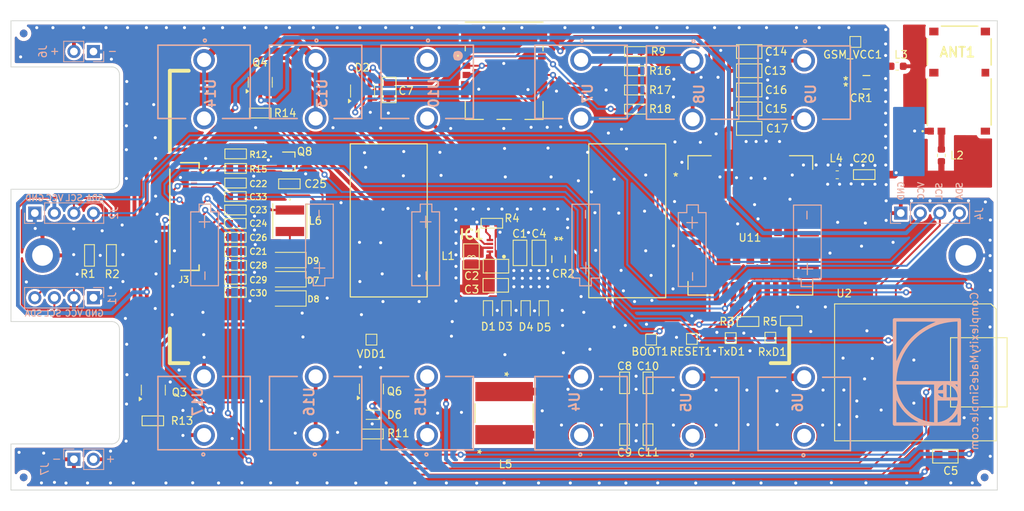
<source format=kicad_pcb>
(kicad_pcb (version 20240108) (generator "pcbnew") (generator_version "8.0")
  (layers (0 "F.Cu" signal) (31 "B.Cu" signal) (34 "B.Paste" user) (35 "F.Paste" user) (36 "B.SilkS" user "B.Silkscreen") (37 "F.SilkS" user "F.Silkscreen") (38 "B.Mask" user) (39 "F.Mask" user) (44 "Edge.Cuts" user))
  (net 0 "")
  (net 1 "DISPLAY_DC")
  (net 2 "DISPLAY_MOSI")
  (net 3 "+BATT")
  (net 4 "SCL")
  (net 5 "SDA")
  (net 6 "VDD")
  (net 7 "CO2_PWR")
  (net 8 "GSM_PWR")
  (net 9 "MCU_3V3")
  (net 10 "Net-(IC1-VSET)")
  (net 11 "Net-(IC1-SW)")
  (net 12 "DISPLAY_SCK")
  (net 13 "Net-(C10-Pad1)")
  (net 46 "Net-(U2-PB09_A7_D7_RX)")
  (net 49 "RxD_main")
  (net 50 "TxD_main")
  (net 52 "ANT")
  (net 54 "SIM_IO")
  (net 55 "SIM_CLK")
  (net 56 "SIM_RST")
  (net 57 "SIM_VCC")
  (net 58 "Net-(Q3-G)")
  (net 59 "CO2_VCC")
  (net 60 "Net-(Q4-G)")
  (net 61 "GSM_VCC")
  (net 62 "Net-(U2-PB08_A6_D6_TX)")
  (net 67 "Net-(ANT1-FEED_(50_OHM))")
  (net 68 "Net-(ANT1-GROUND_FEED)")
  (net 69 "Net-(C20-Pad2)")
  (net 70 "Net-(L2-Pad2)")
  (net 72 "Vin1")
  (net 73 "DISPLAY_RST")
  (net 74 "DISPLAY_BUSY")
  (net 75 "GND")
  (net 76 "USB_5V")
  (net 77 "Net-(C11-Pad1)")
  (net 78 "Vin2")
  (net 79 "Net-(U7-Pad1)")
  (net 80 "Net-(U13-Pad1)")
  (net 81 "Net-(U15-Pad1)")
  (net 82 "Vin3")
  (net 83 "PREVGH")
  (net 84 "PREVGL")
  (net 85 "Net-(D9-A)")
  (net 86 "Net-(D7-K)")
  (net 87 "RESE")
  (net 88 "GDR")
  (net 89 "Net-(J3-VSH2)")
  (net 90 "Net-(J3-VDD)")
  (net 91 "Net-(J3-VSHI)")
  (net 92 "Net-(J3-VSL)")
  (net 93 "Net-(J3-VCOM)")
  (net 100 "Net-(D6-A)")
  (net 102 "Net-(U5-Pad2)")
  (net 105 "TVS_RST")
  (net 106 "TVS_IO")
  (net 107 "TVS_CLK")
  (footprint "kicad_mod:MOUDLE16P-SMD-2.54-21X17.8MM" (layer "F.Cu") (at 42.95 6.3 -90)
    (property "Reference" "U2")
    (property "Value" "XIAO\",\"102010448")
  )
  (footprint "kicad_mod:R0603" (layer "F.Cu") (at -1.596 -4.1772)
    (property "Reference" "R4")
    (property "Value" "267K\",\"RK73H1JTTD2673F")
  )
  (footprint "kicad_mod:C0603" (layer "F.Cu") (at 18.7 16.562 90)
    (property "Reference" "C10")
    (property "Value" "3.6pF\",\"CBR06C369B5GAC")
  )
  (footprint "kicad_mod:C0603" (layer "F.Cu") (at -34.933 3.1)
    (property "Reference" "C29")
    (property "Value" "1uF\",CC0603KRX5R7BB105")
  )
  (footprint "kicad_mod:C0603" (layer "F.Cu") (at 15.65 23.288 -90)
    (property "Reference" "C9")
    (property "Value" "51pF\",\"06031U510GAT2A")
  )
  (footprint "TestPoint:TestPoint_Pad_1.0x1.0mm" (layer "F.Cu") (at 24.4 10.85)
    (property "Reference" "RESET1")
    (property "Value" "RESET")
  )
  (footprint "KiCad_reg:SON50P150X200X100-8N-D" (layer "F.Cu") (at -1.15 -1.244 180)
    (property "Reference" "IC1")
    (property "Value" "TPS62840DLCR\",\"TPS62840DLCR" (hide yes))
  )
  (footprint "Diode_SMD:D_SOD-523" (layer "F.Cu") (at 2.8 7.15 -90)
    (property "Reference" "D4")
    (property "Value" "NSR0520V2\",\"NSR0520V2")
  )
  (footprint "Diode_SMD:D_SOD-523" (layer "F.Cu") (at 5.15 7.15 -90)
    (property "Reference" "D5")
    (property "Value" "NSR0520V2\",\"NSR0520V2")
  )
  (footprint "kicad_mod:ZDO_30V_H3F_TOS" (layer "F.Cu") (at 7.0764 -0.2511 -90)
    (property "Reference" "CR2")
    (property "Value" "CUHZ5V6_H3F\",\"CUHZ5V6_H3F")
  )
  (footprint "kicad_mod:R0603" (layer "F.Cu") (at -34.898999 -11.300001 180)
    (property "Reference" "R15")
    (property "Value" "3R\",\"3R")
  )
  (footprint "kicad_mod:C0805" (layer "F.Cu") (at 31.85 -26.5)
    (property "Reference" "C14")
    (property "Value" "47uF\",\"MSASL21GBB5476MTNA01")
  )
  (footprint "TestPoint:TestPoint_Pad_1.0x1.0mm" (layer "F.Cu") (at 34.6 10.7)
    (property "Reference" "RxD1")
    (property "Value" "RxD")
  )
  (footprint "Fiducial:Fiducial_1mm_Mask2mm" (layer "F.Cu") (at 62.45 28.85 180)
    (property "Reference" "FID5" (hide yes))
    (property "Value" "Fiducial")
  )
  (footprint "kicad_mod:R0603" (layer "F.Cu") (at 17.05 -24)
    (property "Reference" "R16")
    (property "Value" "22R\",\"22R")
  )
  (footprint "kicad_mod:C0603" (layer "F.Cu") (at -34.911999 -9.4)
    (property "Reference" "C22")
    (property "Value" "1uF\",CC0603KRX5R7BB105")
  )
  (footprint "kicad_mod:C0805" (layer "F.Cu") (at 31.85 -19.05)
    (property "Reference" "C15")
    (property "Value" "100pF\",\"CC0805JRNPO9BN101")
  )
  (footprint "TestPoint:TestPoint_Pad_1.0x1.0mm" (layer "F.Cu") (at 19.1 10.95)
    (property "Reference" "BOOT1")
    (property "Value" "BOOT")
  )
  (footprint "Inductor_SMD:L_0603_1608Metric" (layer "F.Cu") (at 51.083 -24.5846 180)
    (property "Reference" "L3")
    (property "Value" "6.8nH\",\"LRC0402CJ6N8GV001T")
  )
  (footprint "Diode_SMD:D_SOD-123" (layer "F.Cu") (at -28.1 0.6 180)
    (property "Reference" "D9")
    (property "Value" "MBR0530")
  )
  (footprint "kicad_mod:R0603" (layer "F.Cu") (at 31.7 8.6)
    (property "Reference" "R3")
    (property "Value" "100R\",\"301010090")
  )
  (footprint "Diode_SMD:D_SOD-123" (layer "F.Cu") (at -28.1 3.1 180)
    (property "Reference" "D7")
    (property "Value" "MBR0530")
  )
  (footprint "kicad_mod:R0603" (layer "F.Cu") (at -34.898999 -13.200001 180)
    (property "Reference" "R12")
    (property "Value" "10K\",\"RC0603JR-0710KL")
  )
  (footprint "kicad_mod:C0805" (layer "F.Cu") (at 2.0616 -0.3256 90)
    (property "Reference" "C1")
    (property "Value" "10uF\",\"EMK212BJ106KG-T")
  )
  (footprint "kicad_mod:C0805" (layer "F.Cu") (at 57.35 26.1)
    (property "Reference" "C5")
    (property "Value" "10uF\",\"EMK212BJ106KG-T")
  )
  (footprint "kicad_mod:C0603" (layer "F.Cu") (at 18.7 23.288 -90)
    (property "Reference" "C11")
    (property "Value" "3.6pF\",\"CBR06C369B5GAC")
  )
  (footprint "Package_TO_SOT_SMD:SOT-23" (layer "F.Cu") (at -45.6 17.5 90)
    (property "Reference" "Q3")
    (property "Value" "FDN304P\",\"FDN304P")
  )
  (footprint "kicad_mod:R0603" (layer "F.Cu") (at -45.661999 21.5)
    (property "Reference" "R13")
    (property "Value" "100R\",\"301010090")
  )
  (footprint "kicad_mod:R0603" (layer "F.Cu") (at 17.05 -26.5)
    (property "Reference" "R9")
    (property "Value" "10K\",\"RC0603JR-0710KL")
  )
  (footprint "kicad_mod:C0603" (layer "F.Cu") (at -34.924999 -7.65)
    (property "Reference" "C33")
    (property "Value" "4.7uF\",\"CL10A475KP8NNNC")
  )
  (footprint "kicad_mod:C0805" (layer "F.Cu") (at -1.0626 1.4016)
    (property "Reference" "C2")
    (property "Value" "10uF\",\"EMK212BJ106KG-T")
  )
  (footprint "kicad_mod:R0603" (layer "F.Cu") (at -17.111999 23.2125 180)
    (property "Reference" "R11")
    (property "Value" "100K\",\"RC0603JR-07100KL")
  )
  (footprint "kicad_mod:R0603" (layer "F.Cu") (at -53.9 0 -90)
    (property "Reference" "R1")
    (property "Value" "10K\",\"RC0603JR-0710KL")
  )
  (footprint "kicad_mod:C0805" (layer "F.Cu") (at -1.0896 3.8884)
    (property "Reference" "C3")
    (property "Value" "10uF\",\"EMK212BJ106KG-T")
  )
  (footprint "kicad_mod:R0603" (layer "F.Cu") (at 17.05 -19 180)
    (property "Reference" "R18")
    (property "Value" "22R\",\"22R")
  )
  (footprint "kicad_mod:C0603" (layer "F.Cu") (at -34.925999 -0.5)
    (property "Reference" "C21")
    (property "Value" "1uF\",CC0603KRX5R7BB105")
  )
  (footprint "Diode_SMD:D_SOD-123" (layer "F.Cu") (at -28.1 5.6 180)
    (property "Reference" "D8")
    (property "Value" "MBR0530")
  )
  (footprint "kicad_mod:C0805" (layer "F.Cu") (at 31.85 -16.5)
    (property "Reference" "C17")
    (property "Value" "22pF\",\"0805CG220J500NT")
  )
  (footprint "kicad_mod:C0603" (layer "F.Cu") (at 46.8 -10.5 180)
    (property "Reference" "C20")
    (property "Value" "0.5pF\",\"CBR06C508B5GAC")
  )
  (footprint "kicad_mod:C0805" (layer "F.Cu") (at 4.5254 -0.3256 90)
    (property "Reference" "C4")
    (property "Value" "10uF\",\"EMK212BJ106KG-T")
  )
  (footprint "kicad_mod:C0805" (layer "F.Cu") (at -14.95 -21.5 -90)
    (property "Reference" "C7")
    (property "Value" "100nF\",\"CC0805KRX7R9BB104")
  )
  (footprint "kicad_mod:R0603" (layer "F.Cu") (at 17.05 -21.5 180)
    (property "Reference" "R17")
    (property "Value" "22R\",\"22R")
  )
  (footprint "kicad_mod:GCT_FFC2B28-24-G" (layer "F.Cu") (at -41.55 -5.05 -90)
    (property "Reference" "J3")
    (property "Value" "FFC2B28-24-G")
  )
  (footprint "Inductor_SMD:L_0603_1608Metric" (layer "F.Cu") (at 56.8316 -13 -90)
    (property "Reference" "L2")
    (property "Value" "1.5nH\",\"LRC0603CS1N5GV001T")
  )
  (footprint "kicad_mod:C0603" (layer "F.Cu") (at -34.936999 -2.35)
    (property "Reference" "C26")
    (property "Value" "1uF\",CC0603KRX5R7BB105")
  )
  (footprint "kicad_mod:C0603" (layer "F.Cu") (at -27.911999 -9.3 180)
    (property "Reference" "C25")
    (property "Value" "4.7uF\",\"CL10A475KP8NNNC")
  )
  (footprint "kicad_mod:C0603" (layer "F.Cu") (at 15.65 16.562 90)
    (property "Reference" "C8")
    (property "Value" "51pF\",\"06031U510GAT2A")
  )
  (footprint "kicad_mod:NCP5820" (layer "F.Cu") (at 59.15 -22.75 -90)
    (property "Reference" "ANT1")
    (property "Value" "NCP.5820\",\"NCP.5820" (hide yes))
  )
  (footprint "kicad_mod:R0603" (layer "F.Cu") (at -31.7 -18.5 180)
    (property "Reference" "R14")
    (property "Value" "100R\",\"301010090")
  )
  (footprint "kicad_mod:IND_3102_PUL" (layer "F.Cu") (at 0 20.5 -90)
    (property "Reference" "L5")
    (property "Value" "W3102")
  )
  (footprint "kicad_mod:C0805" (layer "F.Cu") (at 31.85 -24)
    (property "Reference" "C13")
    (property "Value" "47uF\",\"MSASL21GBB5476MTNA01")
  )
  (footprint "Fiducial:Fiducial_1mm_Mask2mm" (layer "F.Cu") (at -62.45 -28.85)
    (property "Reference" "FID1" (hide yes))
    (property "Value" "Fiducial")
  )
  (footprint "Diode_SMD:D_SOD-523" (layer "F.Cu") (at 0.3 7.15 -90)
    (property "Reference" "D3")
    (property "Value" "NSR0520V2\",\"NSR0520V2")
  )
  (footprint "MountingHole:MountingHole_2.7mm_M2.5_ISO14580_Pad" (layer "F.Cu") (at 60 0)
    (property "Reference" "H1" (hide yes))
    (property "Value" "MountingHole_Pad_MP" (hide yes))
  )
  (footprint "kicad_mod:R0603" (layer "F.Cu") (at -51.05 0 -90)
    (property "Reference" "R2")
    (property "Value" "10K\",\"RC0603JR-0710KL")
  )
  (footprint "kicad_mod:C0603" (layer "F.Cu") (at -34.924999 -5.9)
    (property "Reference" "C23")
    (property "Value" "1uF\",CC0603KRX5R7BB105")
  )
  (footprint "Package_TO_SOT_SMD:SOT-23" (layer "F.Cu") (at -31.7 -22.5 90)
    (property "Reference" "Q4")
    (property "Value" "FDN304P\",\"FDN304P")
  )
  (footprint "1042240820:1042240820_MOL" (layer "F.Cu") (at 0 -23.997601 180)
    (property "Reference" "U12" (hide yes))
    (property "Value" "1042240820\",\"1042240820")
  )
  (footprint "kicad_mod:C0603" (layer "F.Cu") (at -34.936999 -4.15)
    (property "Reference" "C24")
    (property "Value" "1uF\",CC0603KRX5R7BB105")
  )
  (footprint "Fiducial:Fiducial_1mm_Mask2mm" (layer "F.Cu") (at -62.45 28.85)
    (property "Reference" "FID6" (hide yes))
    (property "Value" "Fiducial")
  )
  (footprint "TestPoint:TestPoint_Pad_1.0x1.0mm" (layer "F.Cu") (at -17.25 10.95)
    (property "Reference" "VDD1")
    (property "Value" "VDD")
  )
  (footprint "kicad_mod:C0805" (layer "F.Cu") (at 31.85 -21.5)
    (property "Reference" "C16")
    (property "Value" "100nF\",\"CC0805KRX7R9BB104")
  )
  (footprint "kicad_mod:ZDO_30V_H3F_TOS" (layer "F.Cu") (at 46.3524 -22.5)
    (property "Reference" "CR1")
    (property "Value" "CUHZ5V6_H3F\",\"CUHZ5V6_H3F")
  )
  (footprint "Diode_SMD:D_SOD-523" (layer "F.Cu") (at -2.1 7.15 -90)
    (property "Reference" "D1")
    (property "Value" "NSR0520V2\",\"NSR0520V2")
  )
  (footprint "bc660:BC66_QWS" (layer "F.Cu") (at 32 -3.900003)
    (property "Reference" "U11")
    (property "Value" "BC660KGLAA-I03-SNASA\",\"BC660KGLAA-I03-SNASA")
  )
  (footprint "kicad_mod:IND_LSXN&slash_LSXP_4040TK_TAY" (layer "F.Cu") (at -27.85 -4.503 -90)
    (property "Reference" "L6")
    (property "Value" "10uH\",\"LSXND4040TKL100MDG")
  )
  (footprint "kicad_mod:R0603" (layer "F.Cu") (at 37.299999 8.5 180)
    (property "Reference" "R5")
    (property "Value" "100R\",\"301010090")
  )
  (footprint "Package_TO_SOT_SMD:SOT-23" (layer "F.Cu") (at -17.25 17.3625 90)
    (property "Reference" "Q6")
    (property "Value" "FDN304P\",\"FDN304P")
  )
  (footprint "kicad_mod:C0603" (layer "F.Cu") (at -34.925999 4.8)
    (property "Reference" "C30")
    (property "Value" "1uF\",CC0603KRX5R7BB105")
  )
  (footprint "OPL_Inductor:L0806" (layer "F.Cu") (at -4.25 0.145 -90)
    (property "Reference" "L1")
    (property "Value" "2.2uH\",\"DFE201612E-2R2M=P2")
  )
  (footprint "kicad_mod:C0603" (layer "F.Cu") (at -34.900999 1.3)
    (property "Reference" "C28")
    (property "Value" "1uF\",CC0603KRX5R7BB105")
  )
  (footprint "Diode_SMD:D_SOD-523" (layer "F.Cu") (at -17.25 20.7125 180)
    (property "Reference" "D6")
    (property "Value" "NSR0520V2\",\"NSR0520V2")
  )
  (footprint "Package_TO_SOT_SMD:SOT-23-5" (layer "F.Cu") (at -18.399999 -21.3625 90)
    (property "Reference" "D2")
    (property "Value" "SP0504BAHTG\",\"SP0504BAHTG")
  )
  (footprint "Inductor_SMD:L_0603_1608Metric" (layer "F.Cu") (at 43.296 -10.48)
    (property "Reference" "L4")
    (property "Value" "33nH\",\"LRC0603CJ33NGV001T")
  )
  (footprint "kicad_mod:MOSFET_8EDL-T1-GE3_VIS" (layer "F.Cu") (at -27.9914 -12.2 -90)
    (property "Reference" "Q8")
    (property "Value" "SI1308EDL\",\"SI1308EDL")
  )
  (footprint "TestPoint:TestPoint_Pad_1.0x1.0mm" (layer "F.Cu") (at 29.45 10.75)
    (property "Reference" "TxD1")
    (property "Value" "TxD")
  )
  (footprint "TestPoint:TestPoint_Pad_1.0x1.0mm" (layer "F.Cu") (at 45.65 -27.75)
    (property "Reference" "GSM_VCC1")
    (property "Value" "GSM_VCC")
  )
  (footprint "Fiducial:Fiducial_1mm_Mask2mm" (layer "B.Cu") (at -62.45 28.85 180)
    (property "Reference" "FID3" (hide yes))
    (property "Value" "Fiducial")
  )
  (footprint "kicad_mod:92" (layer "B.Cu") (at -39 25.265 -90)
    (property "Reference" "U17")
    (property "Value" "92" (hide yes))
  )
  (footprint "kicad_mod:92" (layer "B.Cu") (at 10 25.2735 -90)
    (property "Reference" "U4")
    (property "Value" "92" (hide yes))
  )
  (footprint "kicad_mod:92" (layer "B.Cu") (at -24.5 -27.325 90)
    (property "Reference" "U13")
    (property "Value" "92" (hide yes))
  )
  (footprint "kicad_mod:92" (layer "B.Cu") (at -10 25.265 -90)
    (property "Reference" "U15")
    (property "Value" "92" (hide yes))
  )
  (footprint "Fiducial:Fiducial_1mm_Mask2mm" (layer "B.Cu") (at -62.45 -28.85 180)
    (property "Reference" "FID2" (hide yes))
    (property "Value" "Fiducial")
  )
  (footprint "kicad_mod:92" (layer "B.Cu") (at -39 -27.325 90)
    (property "Reference" "U14")
    (property "Value" "92" (hide yes))
  )
  (footprint "kicad_mod:92" (layer "B.Cu") (at 24.5 25.3635 -90)
    (property "Reference" "U5")
    (property "Value" "92" (hide yes))
  )
  (footprint "kicad_mod:logo" (layer "B.Cu") (at 54.95 15.15 -90)
    (property "Reference" "G***" (hide yes))
    (property "Value" "LOGO" (hide yes))
  )
  (footprint "kicad_mod:92" (layer "B.Cu") (at 39 -27.2265 90)
    (property "Reference" "U9")
    (property "Value" "92" (hide yes))
  )
  (footprint "Connector_PinHeader_2.54mm:PinHeader_1x02_P2.54mm_Vertical" (layer "B.Cu") (at -53.38 -26.5 90)
    (property "Reference" "J6")
    (property "Value" "Conn_01x02")
  )
  (footprint "kicad_mod:92" (layer "B.Cu") (at 10 -27.3165 90)
    (property "Reference" "U7")
    (property "Value" "92" (hide yes))
  )
  (footprint "Connector_PinSocket_2.54mm:PinSocket_1x04_P2.54mm_Vertical" (layer "B.Cu") (at 51.55 -5.5 -90)
    (property "Reference" "J4")
    (property "Value" "Conn_01x04")
  )
  (footprint "Fiducial:Fiducial_1mm_Mask2mm" (layer "B.Cu") (at 62.45 28.85)
    (property "Reference" "FID4" (hide yes))
    (property "Value" "Fiducial")
  )
  (footprint "kicad_mod:92" (layer "B.Cu") (at 24.5 -27.2265 90)
    (property "Reference" "U8")
    (property "Value" "92" (hide yes))
  )
  (footprint "Connector_PinSocket_2.54mm:PinSocket_1x04_P2.54mm_Vertical" (layer "B.Cu") (at -53.38 5.5 90)
    (property "Reference" "J1")
    (property "Value" "Conn_01x04")
  )
  (footprint "Connector_PinSocket_2.54mm:PinSocket_1x04_P2.54mm_Vertical" (layer "B.Cu") (at -61 -5.5 -90)
    (property "Reference" "J2")
    (property "Value" "Conn_01x04")
  )
  (footprint "kicad_mod:92" (layer "B.Cu") (at -10 -27.325 90)
    (property "Reference" "U10")
    (property "Value" "92" (hide yes))
  )
  (footprint "MountingHole:MountingHole_2.7mm_M2.5_ISO14580_Pad" (layer "B.Cu") (at -60 0 180)
    (property "Reference" "H2" (hide yes))
    (property "Value" "MountingHole_Pad_MP" (hide yes))
  )
  (footprint "Connector_PinHeader_2.54mm:PinHeader_1x02_P2.54mm_Vertical" (layer "B.Cu") (at -55.92 26.5 -90)
    (property "Reference" "J7")
    (property "Value" "Conn_01x02")
  )
  (footprint "kicad_mod:92" (layer "B.Cu") (at -24.5 25.265 -90)
    (property "Reference" "U16")
    (property "Value" "92" (hide yes))
  )
  (footprint "kicad_mod:92" (layer "B.Cu") (at 39 25.3635 -90)
    (property "Reference" "U6")
    (property "Value" "92" (hide yes))
  )
  (gr_line (start -10.15 3.14) (end -10.15 2.14) (stroke (width 0.15)) (layer "B.SilkS"))
  (gr_line (start 37.61 -6.5415) (end 41.21 -6.5415) (stroke (width 0.15)) (layer "B.SilkS"))
  (gr_line (start -24.71 1.64) (end -23.31 1.64) (stroke (width 0.15)) (layer "B.SilkS"))
  (gr_line (start 38.61 4.0585) (end 38.61 3.0585) (stroke (width 0.15)) (layer "B.SilkS"))
  (gr_line (start 40.11 3.0585) (end 40.11 4.0585) (stroke (width 0.15)) (layer "B.SilkS"))
  (gr_line (start 40.11 4.0585) (end 38.61 4.0585) (stroke (width 0.15)) (layer "B.SilkS"))
  (gr_line (start 23.739999 -5.561501) (end 23.739999 -6.5615) (stroke (width 0.15)) (layer "B.SilkS"))
  (gr_line (start 39.41 1.0085) (end 39.41 2.5085) (stroke (width 0.15)) (layer "B.SilkS"))
  (gr_line (start 24.439999 -3.511501) (end 24.439999 -5.011501) (stroke (width 0.15)) (layer "B.SilkS"))
  (gr_line (start 22.64 4.0385) (end 22.64 -5.5615) (stroke (width 0.15)) (layer "B.SilkS"))
  (gr_line (start 11.32 3.9485) (end 9.82 3.9485) (stroke (width 0.15)) (layer "B.SilkS"))
  (gr_line (start -39.64 -6.66) (end -38.14 -6.66) (stroke (width 0.15)) (layer "B.SilkS"))
  (gr_line (start 38.61 3.0585) (end 37.61 3.0585) (stroke (width 0.15)) (layer "B.SilkS"))
  (gr_line (start -10.9 -6.66) (end -9.4 -6.66) (stroke (width 0.15)) (layer "B.SilkS"))
  (gr_line (start -12 -5.66) (end -10.9 -5.66) (stroke (width 0.15)) (layer "B.SilkS"))
  (gr_line (start 9.82 2.948501) (end 8.82 2.948501) (stroke (width 0.15)) (layer "B.SilkS"))
  (gr_line (start 9.92 1.6485) (end 11.319999 1.6485) (stroke (width 0.15)) (layer "B.SilkS"))
  (gr_line (start 39.36 -5.7415) (end 39.36 -4.7415) (stroke (width 0.15)) (layer "B.SilkS"))
  (gr_line (start -37.14 -5.66) (end -37.14 3.94) (stroke (width 0.15)) (layer "B.SilkS"))
  (gr_line (start -38.24 -4.36) (end -39.64 -4.36) (stroke (width 0.15)) (layer "B.SilkS"))
  (gr_line (start -24.81 3.94) (end -24.81 2.94) (stroke (width 0.15)) (layer "B.SilkS"))
  (gr_line (start 8.82 2.948501) (end 8.82 -6.651499) (stroke (width 0.15)) (layer "B.SilkS"))
  (gr_line (start -10.9 -5.66) (end -10.9 -6.66) (stroke (width 0.15)) (layer "B.SilkS"))
  (gr_line (start 10.62 0.8985) (end 10.62 2.3985) (stroke (width 0.15)) (layer "B.SilkS"))
  (gr_line (start -38.94 -3.61) (end -38.94 -5.11) (stroke (width 0.15)) (layer "B.SilkS"))
  (gr_line (start -24.01 0.89) (end -24.01 2.39) (stroke (width 0.15)) (layer "B.SilkS"))
  (gr_line (start 41.21 -6.5415) (end 41.21 3.0585) (stroke (width 0.15)) (layer "B.SilkS"))
  (gr_line (start -24.81 2.94) (end -25.81 2.94) (stroke (width 0.15)) (layer "B.SilkS"))
  (gr_line (start 12.42 -6.651501) (end 12.42 2.948499) (stroke (width 0.15)) (layer "B.SilkS"))
  (gr_line (start -38.89 3.14) (end -38.89 2.14) (stroke (width 0.15)) (layer "B.SilkS"))
  (gr_line (start 23.739999 -6.5615) (end 25.239999 -6.561501) (stroke (width 0.15)) (layer "B.SilkS"))
  (gr_line (start 24.49 3.2385) (end 24.49 2.238499) (stroke (width 0.15)) (layer "B.SilkS"))
  (gr_line (start -9.5 -4.36) (end -10.9 -4.36) (stroke (width 0.15)) (layer "B.SilkS"))
  (gr_line (start 41.21 3.0585) (end 40.11 3.0585) (stroke (width 0.15)) (layer "B.SilkS"))
  (gr_line (start -37.14 3.94) (end -40.74 3.94) (stroke (width 0.15)) (layer "B.SilkS"))
  (gr_line (start -25.81 2.94) (end -25.81 -6.66) (stroke (width 0.15)) (layer "B.SilkS"))
  (gr_line (start -40.74 -5.66) (end -39.64 -5.66) (stroke (width 0.15)) (layer "B.SilkS"))
  (gr_line (start -8.4 -5.66) (end -8.4 3.94) (stroke (width 0.15)) (layer "B.SilkS"))
  (gr_line (start 26.239999 -5.561501) (end 26.239999 4.038499) (stroke (width 0.15)) (layer "B.SilkS"))
  (gr_line (start 25.139999 -4.2615) (end 23.74 -4.261501) (stroke (width 0.15)) (layer "B.SilkS"))
  (gr_line (start -23.31 3.94) (end -24.81 3.94) (stroke (width 0.15)) (layer "B.SilkS"))
  (gr_line (start -9.4 -6.66) (end -9.4 -5.66) (stroke (width 0.15)) (layer "B.SilkS"))
  (gr_line (start -8.4 3.94) (end -12 3.94) (stroke (width 0.15)) (layer "B.SilkS"))
  (gr_line (start 10.569999 -5.851501) (end 10.569999 -4.8515) (stroke (width 0.15)) (layer "B.SilkS"))
  (gr_line (start -24.06 -5.86) (end -24.06 -4.86) (stroke (width 0.15)) (layer "B.SilkS"))
  (gr_line (start -12 3.94) (end -12 -5.66) (stroke (width 0.15)) (layer "B.SilkS"))
  (gr_line (start 38.71 1.7585) (end 40.11 1.7585) (stroke (width 0.15)) (layer "B.SilkS"))
  (gr_line (start 22.64 -5.5615) (end 23.739999 -5.561501) (stroke (width 0.15)) (layer "B.SilkS"))
  (gr_line (start -38.14 -5.66) (end -37.14 -5.66) (stroke (width 0.15)) (layer "B.SilkS"))
  (gr_line (start -38.14 -6.66) (end -38.14 -5.66) (stroke (width 0.15)) (layer "B.SilkS"))
  (gr_line (start 25.239999 -5.561502) (end 26.239999 -5.561501) (stroke (width 0.15)) (layer "B.SilkS"))
  (gr_line (start 26.239999 4.038499) (end 22.64 4.0385) (stroke (width 0.15)) (layer "B.SilkS"))
  (gr_line (start -23.31 2.94) (end -23.31 3.94) (stroke (width 0.15)) (layer "B.SilkS"))
  (gr_line (start -10.2 -3.61) (end -10.2 -5.11) (stroke (width 0.15)) (layer "B.SilkS"))
  (gr_line (start -25.81 -6.66) (end -22.21 -6.66) (stroke (width 0.15)) (layer "B.SilkS"))
  (gr_line (start 25.239999 -6.561501) (end 25.239999 -5.561502) (stroke (width 0.15)) (layer "B.SilkS"))
  (gr_line (start -22.21 2.94) (end -23.31 2.94) (stroke (width 0.15)) (layer "B.SilkS"))
  (gr_line (start -9.4 -5.66) (end -8.4 -5.66) (stroke (width 0.15)) (layer "B.SilkS"))
  (gr_line (start -39.64 -5.66) (end -39.64 -6.66) (stroke (width 0.15)) (layer "B.SilkS"))
  (gr_line (start 11.32 2.948501) (end 11.32 3.9485) (stroke (width 0.15)) (layer "B.SilkS"))
  (gr_line (start 9.82 3.9485) (end 9.82 2.948501) (stroke (width 0.15)) (layer "B.SilkS"))
  (gr_line (start 37.61 3.0585) (end 37.61 -6.5415) (stroke (width 0.15)) (layer "B.SilkS"))
  (gr_line (start 12.42 2.948499) (end 11.32 2.948501) (stroke (width 0.15)) (layer "B.SilkS"))
  (gr_line (start -40.74 3.94) (end -40.74 -5.66) (stroke (width 0.15)) (layer "B.SilkS"))
  (gr_line (start 8.82 -6.651499) (end 12.42 -6.651501) (stroke (width 0.15)) (layer "B.SilkS"))
  (gr_line (start -22.21 -6.66) (end -22.21 2.94) (stroke (width 0.15)) (layer "B.SilkS"))
  (gr_line (start 37.05 9.5) (end 37.049999 14) (stroke (width 0.5)) (layer "F.SilkS"))
  (gr_rect (start -20 -14.5) (end -10 5.4) (stroke (width 0.15)) (fill none) (layer "F.SilkS"))
  (gr_line (start -43.45 14) (end -43.45 9.5) (stroke (width 0.5)) (layer "F.SilkS"))
  (gr_line (start -41.05 14) (end -43.45 14) (stroke (width 0.5)) (layer "F.SilkS"))
  (gr_rect (start 11 -14.5) (end 21 5.5) (stroke (width 0.15)) (fill none) (layer "F.SilkS"))
  (gr_line (start 37.05 14) (end 34.65 14) (stroke (width 0.5)) (layer "F.SilkS"))
  (gr_line (start -43.45 -24) (end -43.45 -13.6) (stroke (width 0.5)) (layer "F.SilkS"))
  (gr_line (start -43.45 -24) (end -41 -24) (stroke (width 0.5)) (layer "F.SilkS"))
  (gr_line (start -64.1 -24.5) (end -51 -24.5) (stroke (width 0.1)) (layer "Edge.Cuts"))
  (gr_line (start -64.1 30.5) (end 64.1 30.5) (stroke (width 0.1)) (layer "Edge.Cuts"))
  (gr_line (start -64.1 24.5) (end -51 24.5) (stroke (width 0.1)) (layer "Edge.Cuts"))
  (gr_arc (start -50 23.5) (mid -50.292893 24.207107) (end -51 24.5) (stroke (width 0.1)) (layer "Edge.Cuts"))
  (gr_line (start -64.1 30.5) (end -64.1 24.5) (stroke (width 0.1)) (layer "Edge.Cuts"))
  (gr_line (start 64.1 30.5) (end 64.1 -30.5) (stroke (width 0.1)) (layer "Edge.Cuts"))
  (gr_line (start -64.1 -30.5) (end -64.1 -24.5) (stroke (width 0.1)) (layer "Edge.Cuts"))
  (gr_line (start -64.1 8.6) (end -51 8.6) (stroke (width 0.1)) (layer "Edge.Cuts"))
  (gr_arc (start -50 -9.6) (mid -50.292893 -8.892893) (end -51 -8.6) (stroke (width 0.1)) (layer "Edge.Cuts"))
  (gr_line (start -64.1 -8.6) (end -64.1 8.6) (stroke (width 0.1)) (layer "Edge.Cuts"))
  (gr_line (start -64.1 -8.6) (end -51 -8.6) (stroke (width 0.1)) (layer "Edge.Cuts"))
  (gr_line (start -50 9.6) (end -50 23.5) (stroke (width 0.1)) (layer "Edge.Cuts"))
  (gr_arc (start -51 8.6) (mid -50.292893 8.892893) (end -50 9.6) (stroke (width 0.1)) (layer "Edge.Cuts"))
  (gr_line (start -64.1 -30.5) (end 64.1 -30.5) (stroke (width 0.1)) (layer "Edge.Cuts"))
  (gr_line (start -50 -23.5) (end -50 -9.6) (stroke (width 0.1)) (layer "Edge.Cuts"))
  (gr_arc (start -51 -24.5) (mid -50.292893 -24.207107) (end -50 -23.5) (stroke (width 0.1)) (layer "Edge.Cuts"))
  (gr_text "SCL" (at -57.45 8 0) (layer "B.SilkS") (effects (font (size 0.8 0.8)) (justify left bottom mirror)))
  (gr_text "SDA" (at -51.95 -7 0) (layer "B.SilkS") (effects (font (size 0.8 0.8)) (justify left bottom mirror)))
  (gr_text "-" (at -50.2 -26 -0) (layer "B.SilkS") (effects (font (size 1 1)) (justify left bottom mirror)))
  (gr_text "VCC" (at -54.7 8 0) (layer "B.SilkS") (effects (font (size 0.8 0.8)) (justify left bottom mirror)))
  (gr_text "VCC" (at 54.65 -9.65 90) (layer "B.SilkS") (effects (font (size 0.8 0.8)) (justify left bottom mirror)))
  (gr_text "+" (at -57.7 -26 -0) (layer "B.SilkS") (effects (font (size 1 1)) (justify left bottom mirror)))
  (gr_text "SCL" (at 57 -9.55 90) (layer "B.SilkS") (effects (font (size 0.8 0.8)) (justify left bottom mirror)))
  (gr_text "GND" (at -59.7 -7 0) (layer "B.SilkS") (effects (font (size 0.8 0.8)) (justify left bottom mirror)))
  (gr_text "SDA" (at -59.95 8 0) (layer "B.SilkS") (effects (font (size 0.8 0.8)) (justify left bottom mirror)))
  (gr_text "ComplexityMadeSimple.com" (at 61.7 4.65 -270) (layer "B.SilkS") (effects (font (size 1 1)) (justify left bottom mirror)))
  (gr_text "+" (at -50.45 27 -0) (layer "B.SilkS") (effects (font (size 1 1)) (justify left bottom mirror)))
  (gr_text "SCL" (at -54.7 -7 0) (layer "B.SilkS") (effects (font (size 0.8 0.8)) (justify left bottom mirror)))
  (gr_text "GND" (at 52.05 -9.7 90) (layer "B.SilkS") (effects (font (size 0.8 0.8)) (justify left bottom mirror)))
  (gr_text "GND" (at -51.95 8 0) (layer "B.SilkS") (effects (font (size 0.8 0.8)) (justify left bottom mirror)))
  (gr_text "VCC" (at -57.2 -7 0) (layer "B.SilkS") (effects (font (size 0.8 0.8)) (justify left bottom mirror)))
  (gr_text "-" (at -57.45 27 -0) (layer "B.SilkS") (effects (font (size 1 1)) (justify left bottom mirror)))
  (gr_text "SDA" (at 59.65 -9.6 90) (layer "B.SilkS") (effects (font (size 0.8 0.8)) (justify left bottom mirror)))
  (segment (start 20.2 9.85) (end 19.1 10.95) (width 0.25) (layer "F.Cu") (net 1))
  (segment (start 58.53 5.23) (end 58.53 7.58) (width 0.25) (layer "F.Cu") (net 1))
  (segment (start 26.7 7.65) (end 26.7 -3.45) (width 0.25) (layer "F.Cu") (net 1))
  (segment (start 52.25 4.8) (end 58.1 4.8) (width 0.25) (layer "F.Cu") (net 1))
  (segment (start -42.925 -6.636701) (end -42.0883 -5.800001) (width 0.25) (layer "F.Cu") (net 1))
  (segment (start -42.0883 -5.800001) (end -40.3 -5.800001) (width 0.25) (layer "F.Cu") (net 1))
  (segment (start 58.1 4.8) (end 58.53 5.23) (width 0.25) (layer "F.Cu") (net 1))
  (segment (start 25.35 9) (end 21.05 9) (width 0.25) (layer "F.Cu") (net 1))
  (segment (start 26.249997 -3.900003) (end 24.35 -3.900003) (width 0.25) (layer "F.Cu") (net 1))
  (segment (start 21.05 9) (end 20.2 9.85) (width 0.25) (layer "F.Cu") (net 1))
  (segment (start 25.35 9) (end 26.7 7.65) (width 0.25) (layer "F.Cu") (net 1))
  (segment (start 26.7 -3.45) (end 26.249997 -3.900003) (width 0.25) (layer "F.Cu") (net 1))
  (segment (start -42.925 -8.525) (end -42.925 -6.636701) (width 0.25) (layer "F.Cu") (net 1))
  (segment (start -42.45 -9) (end -42.925 -8.525) (width 0.25) (layer "F.Cu") (net 1))
  (via (at 52.25 4.8) (size 0.8) (drill 0.4) (layers "F.Cu" "B.Cu") (net 1))
  (via (at 20.2 9.85) (size 0.8) (drill 0.4) (layers "F.Cu" "B.Cu") (net 1))
  (via (at 25.35 9) (size 0.8) (drill 0.4) (layers "F.Cu" "B.Cu") (net 1))
  (via (at -42.45 -9) (size 0.8) (drill 0.4) (layers "F.Cu" "B.Cu") (net 1))
  (segment (start -37.25 -9.25) (end -42.2 -9.25) (width 0.25) (layer "B.Cu") (net 1))
  (segment (start 29.25 9) (end 33.45 4.8) (width 0.25) (layer "B.Cu") (net 1))
  (segment (start 20.2 9.85) (end 17.85 9.85) (width 0.25) (layer "B.Cu") (net 1))
  (segment (start -42.2 -9.25) (end -42.45 -9) (width 0.25) (layer "B.Cu") (net 1))
  (segment (start 9.55 1.55) (end 9.55 -5.85) (width 0.25) (layer "B.Cu") (net 1))
  (segment (start 17.85 9.85) (end 9.55 1.55) (width 0.25) (layer "B.Cu") (net 1))
  (segment (start -35.6 -7.6) (end -37.25 -9.25) (width 0.25) (layer "B.Cu") (net 1))
  (segment (start 33.45 4.8) (end 52.25 4.8) (width 0.25) (layer "B.Cu") (net 1))
  (segment (start 9.55 -5.85) (end 7.8 -7.6) (width 0.25) (layer "B.Cu") (net 1))
  (segment (start 25.35 9) (end 29.25 9) (width 0.25) (layer "B.Cu") (net 1))
  (segment (start 7.8 -7.6) (end -35.6 -7.6) (width 0.25) (layer "B.Cu") (net 1))
  (segment (start -36.7 25.55) (end -33.75 28.5) (width 0.25) (layer "F.Cu") (net 2))
  (segment (start 49.15 28.5) (end 53.45 24.2) (width 0.25) (layer "F.Cu") (net 2))
  (segment (start -41.65 -4.6) (end -41.349999 -4.299999) (width 0.25) (layer "F.Cu") (net 2))
  (segment (start -33.75 28.5) (end 49.15 28.5) (width 0.25) (layer "F.Cu") (net 2))
  (segment (start -36.7 21.65) (end -36.7 25.55) (width 0.25) (layer "F.Cu") (net 2))
  (segment (start -41.349999 -4.299999) (end -40.3 -4.299999) (width 0.25) (layer "F.Cu") (net 2))
  (segment (start -44.05 -4.6) (end -41.65 -4.6) (width 0.25) (layer "F.Cu") (net 2))
  (segment (start -38.25 20.1) (end -36.7 21.65) (width 0.25) (layer "F.Cu") (net 2))
  (via (at -38.25 20.1) (size 0.8) (drill 0.4) (layers "F.Cu" "B.Cu") (net 2))
  (via (at -44.05 -4.6) (size 0.8) (drill 0.4) (layers "F.Cu" "B.Cu") (net 2))
  (segment (start -44.15 14.3) (end -38.35 20.1) (width 0.25) (layer "B.Cu") (net 2))
  (segment (start -38.35 20.1) (end -38.25 20.1) (width 0.25) (layer "B.Cu") (net 2))
  (segment (start -44.05 -4.6) (end -44.15 -4.5) (width 0.25) (layer "B.Cu") (net 2))
  (segment (start -44.15 -4.5) (end -44.15 14.3) (width 0.25) (layer "B.Cu") (net 2))
  (segment (start 5.15 5.4375) (end 5.15 6.45) (width 0.5) (layer "F.Cu") (net 3))
  (segment (start 2.2616 -4.2256) (end 4.4616 -4.2256) (width 0.25) (layer "F.Cu") (net 3))
  (segment (start 9.143 4.2) (end 7.9055 5.4375) (width 0.5) (layer "F.Cu") (net 3))
  (segment (start 8.216 -0.9026) (end 9.143 0.0244) (width 0.5) (layer "F.Cu") (net 3))
  (segment (start 0.35 5.4375) (end 0.35 5.7) (width 0.5) (layer "F.Cu") (net 3))
  (segment (start 0.35 5.4375) (end -1.7875 5.4375) (width 0.5) (layer "F.Cu") (net 3))
  (segment (start -1.7875 5.4375) (end -2.1 5.75) (width 0.5) (layer "F.Cu") (net 3))
  (segment (start 0.03 -1.994) (end -0.45 -1.994) (width 0.25) (layer "F.Cu") (net 3))
  (segment (start 2.8 5.4375) (end 0.35 5.4375) (width 0.5) (layer "F.Cu") (net 3))
  (segment (start 2.2616 -4.2256) (end 0.03 -1.994) (width 0.25) (layer "F.Cu") (net 3))
  (segment (start 7.0764 -0.9026) (end 8.216 -0.9026) (width 0.5) (layer "F.Cu") (net 3))
  (segment (start 0.3 5.75) (end 0.3 6.45) (width 0.5) (layer "F.Cu") (net 3))
  (segment (start 2.8 5.4375) (end 2.8 6.45) (width 0.5) (layer "F.Cu") (net 3))
  (segment (start 9.143 0.0244) (end 9.143 4.2) (width 0.5) (layer "F.Cu") (net 3))
  (segment (start 5.15 5.4375) (end 2.8 5.4375) (width 0.5) (layer "F.Cu") (net 3))
  (segment (start 7.9055 5.4375) (end 5.15 5.4375) (width 0.5) (layer "F.Cu") (net 3))
  (segment (start 4.4616 -4.2256) (end 5.8616 -2.8256) (width 0.25) (layer "F.Cu") (net 3))
  (segment (start -2.1 5.75) (end -2.1 6.45) (width 0.5) (layer "F.Cu") (net 3))
  (segment (start 0.35 5.7) (end 0.3 5.75) (width 0.5) (layer "F.Cu") (net 3))
  (segment (start -52.4 -7.45) (end -51.05 -6.1) (width 0.25) (layer "F.Cu") (net 4))
  (segment (start -58.459999 5.5) (end -58.459999 7.009999) (width 0.25) (layer "F.Cu") (net 4))
  (segment (start -51.05 -6.1) (end -51.05 -0.761999) (width 0.25) (layer "F.Cu") (net 4))
  (segment (start 48.37 4.35) (end 56.629999 -3.909999) (width 0.25) (layer "F.Cu") (net 4))
  (segment (start -58.459999 7.009999) (end -59.05 7.6) (width 0.25) (layer "F.Cu") (net 4))
  (segment (start 56.629999 -3.909999) (end 56.629999 -5.5) (width 0.25) (layer "F.Cu") (net 4))
  (segment (start 48.37 4.35) (end 48.37 7.135) (width 0.25) (layer "F.Cu") (net 4))
  (segment (start -55.920001 -6.620001) (end -56.2 -6.9) (width 0.25) (layer "F.Cu") (net 4))
  (segment (start -61.85 -7.5) (end -56.8 -7.5) (width 0.25) (layer "F.Cu") (net 4))
  (segment (start -59.05 7.6) (end -62.25 7.6) (width 0.25) (layer "F.Cu") (net 4))
  (segment (start -55.65 -7.45) (end -52.4 -7.45) (width 0.25) (layer "F.Cu") (net 4))
  (segment (start -56.2 -6.9) (end -55.65 -7.45) (width 0.25) (layer "F.Cu") (net 4))
  (segment (start -56.8 -7.5) (end -56.2 -6.9) (width 0.25) (layer "F.Cu") (net 4))
  (segment (start -55.920001 -5.5) (end -55.920001 -6.620001) (width 0.25) (layer "F.Cu") (net 4))
  (segment (start -63.25 6.6) (end -63.25 -6.1) (width 0.25) (layer "F.Cu") (net 4))
  (segment (start -63.25 -6.1) (end -61.85 -7.5) (width 0.25) (layer "F.Cu") (net 4))
  (segment (start -62.25 7.6) (end -63.25 6.6) (width 0.25) (layer "F.Cu") (net 4))
  (segment (start -40.85 -15.6) (end 11.15 -15.6) (width 0.25) (layer "B.Cu") (net 4))
  (segment (start 11.15 -15.6) (end 27.6 0.85) (width 0.25) (layer "B.Cu") (net 4))
  (segment (start -46.85 -9.6) (end -40.85 -15.6) (width 0.25) (layer "B.Cu") (net 4))
  (segment (start -54.135 -7.285) (end -47.165 -7.285) (width 0.25) (layer "B.Cu") (net 4))
  (segment (start 50.279999 0.85) (end 56.629999 -5.5) (width 0.25) (layer "B.Cu") (net 4))
  (segment (start 27.6 0.85) (end 50.279999 0.85) (width 0.25) (layer "B.Cu") (net 4))
  (segment (start -46.85 -7.6) (end -46.85 -9.6) (width 0.25) (layer "B.Cu") (net 4))
  (segment (start -47.165 -7.285) (end -46.85 -7.6) (width 0.25) (layer "B.Cu") (net 4))
  (segment (start -55.920001 -5.5) (end -54.135 -7.285) (width 0.25) (layer "B.Cu") (net 4))
  (segment (start 50.91 3.89) (end 59.17 -4.37) (width 0.25) (layer "F.Cu") (net 5))
  (segment (start -53.38 -5.5) (end -53.38 -4.42) (width 0.25) (layer "F.Cu") (net 5))
  (segment (start 59.17 -4.37) (end 59.17 -5.5) (width 0.25) (layer "F.Cu") (net 5))
  (segment (start 50.91 7.135) (end 50.91 3.89) (width 0.25) (layer "F.Cu") (net 5))
  (segment (start -61 5.5) (end -58.8 3.3) (width 0.25) (layer "F.Cu") (net 5))
  (segment (start -54.961999 -2.838001) (end -54.961999 -0.7) (width 0.25) (layer "F.Cu") (net 5))
  (segment (start -58.8 3.3) (end -57.5 3.3) (width 0.25) (layer "F.Cu") (net 5))
  (segment (start -54.961999 -0.7) (end -54.961999 0.761999) (width 0.25) (layer "F.Cu") (net 5))
  (segment (start -54.9 -0.761999) (end -53.9 -0.761999) (width 0.25) (layer "F.Cu") (net 5))
  (segment (start -57.5 3.3) (end -54.961999 0.761999) (width 0.25) (layer "F.Cu") (net 5))
  (segment (start -53.38 -4.42) (end -54.961999 -2.838001) (width 0.25) (layer "F.Cu") (net 5))
  (segment (start -54.9 -0.761999) (end -54.961999 -0.7) (width 0.25) (layer "F.Cu") (net 5))
  (segment (start 16 1.2) (end 16 -9.8) (width 0.25) (layer "B.Cu") (net 5))
  (segment (start 52.32 1.35) (end 31.55 1.35) (width 0.25) (layer "B.Cu") (net 5))
  (segment (start 10.85 -14.95) (end -40.75 -14.95) (width 0.25) (layer "B.Cu") (net 5))
  (segment (start -40.75 -14.95) (end -46.375 -9.325) (width 0.25) (layer "B.Cu") (net 5))
  (segment (start 20.25 5.45) (end 16 1.2) (width 0.25) (layer "B.Cu") (net 5))
  (segment (start 16 -9.8) (end 10.85 -14.95) (width 0.25) (layer "B.Cu") (net 5))
  (segment (start 59.17 -5.5) (end 52.32 1.35) (width 0.25) (layer "B.Cu") (net 5))
  (segment (start 27.45 5.45) (end 20.25 5.45) (width 0.25) (layer "B.Cu") (net 5))
  (segment (start -46.375 -7.225) (end -48.1 -5.5) (width 0.25) (layer "B.Cu") (net 5))
  (segment (start 31.55 1.35) (end 27.45 5.45) (width 0.25) (layer "B.Cu") (net 5))
  (segment (start -46.375 -9.325) (end -46.375 -7.225) (width 0.25) (layer "B.Cu") (net 5))
  (segment (start -48.1 -5.5) (end -53.38 -5.5) (width 0.25) (layer "B.Cu") (net 5))
  (segment (start -41.825 8.975) (end -44.65 11.8) (width 0.5) (layer "F.Cu") (net 6))
  (segment (start -17.2 4.3) (end -17.25 4.35) (width 0.5) (layer "F.Cu") (net 6))
  (segment (start -17.25 4.35) (end -17.25 -6.6) (width 0.5) (layer "F.Cu") (net 6))
  (segment (start -44.65 11.8) (end -44.65 18.4375) (width 0.5) (layer "F.Cu") (net 6))
  (segment (start -17.2 4.3) (end -21.875 8.975) (width 0.5) (layer "F.Cu") (net 6))
  (segment (start -4.65 4.3) (end -17.2 4.3) (width 1) (layer "F.Cu") (net 6))
  (segment (start -17.25 16.425) (end -17.25 4.35) (width 0.5) (layer "F.Cu") (net 6))
  (segment (start -1.85 -0.494) (end -1.85 1.3) (width 0.3) (layer "F.Cu") (net 6))
  (segment (start -21.875 8.975) (end -41.825 8.975) (width 0.5) (layer "F.Cu") (net 6))
  (segment (start -30.75 -20.1) (end -30.75 -21.5625) (width 0.5) (layer "F.Cu") (net 6))
  (segment (start -17.25 -6.6) (end -30.75 -20.1) (width 0.5) (layer "F.Cu") (net 6))
  (segment (start 54.85 17.8) (end 56.8 15.85) (width 0.25) (layer "F.Cu") (net 7))
  (segment (start -42.5 19.1) (end -44.9 21.5) (width 0.25) (layer "F.Cu") (net 7))
  (segment (start 56.8 8.45) (end 55.99 7.64) (width 0.25) (layer "F.Cu") (net 7))
  (segment (start 56.8 15.85) (end 56.8 8.45) (width 0.25) (layer "F.Cu") (net 7))
  (segment (start -33.174695 19.1) (end -42.5 19.1) (width 0.25) (layer "F.Cu") (net 7))
  (segment (start 56.8 8.45) (end 55.85 7.5) (width 0.25) (layer "F.Cu") (net 7))
  (segment (start -26.374695 25.9) (end -33.174695 19.1) (width 0.25) (layer "F.Cu") (net 7))
  (segment (start -5.65 25.9) (end -26.374695 25.9) (width 0.25) (layer "F.Cu") (net 7))
  (via (at -5.65 25.9) (size 0.8) (drill 0.4) (layers "F.Cu" "B.Cu") (net 7))
  (via (at 54.85 17.8) (size 0.8) (drill 0.4) (layers "F.Cu" "B.Cu") (net 7))
  (segment (start 54.85 23.05) (end 52 25.9) (width 0.25) (layer "B.Cu") (net 7))
  (segment (start 52 25.9) (end -5.65 25.9) (width 0.25) (layer "B.Cu") (net 7))
  (segment (start 54.85 17.8) (end 54.85 23.05) (width 0.25) (layer "B.Cu") (net 7))
  (segment (start 49.93 11.04) (end 50.51 11.04) (width 0.25) (layer "F.Cu") (net 8))
  (segment (start 50.51 11.04) (end 53.45 8.1) (width 0.25) (layer "F.Cu") (net 8))
  (segment (start -23.35 -10.5) (end -23.35 -10.6) (width 0.25) (layer "F.Cu") (net 8))
  (segment (start -23.35 -10.6) (end -30.938001 -18.188001) (width 0.25) (layer "F.Cu") (net 8))
  (via (at 49.93 11.04) (size 0.8) (drill 0.4) (layers "F.Cu" "B.Cu") (net 8))
  (via (at -23.35 -10.5) (size 0.8) (drill 0.4) (layers "F.Cu" "B.Cu") (net 8))
  (segment (start -23.35 -10.5) (end -21.1 -8.25) (width 0.25) (layer "B.Cu") (net 8))
  (segment (start 25.715305 11.04) (end 49.93 11.04) (width 0.25) (layer "B.Cu") (net 8))
  (segment (start -21.1 -8.25) (end 7.95 -8.25) (width 0.25) (layer "B.Cu") (net 8))
  (segment (start 17.05 8.2) (end 22.875305 8.2) (width 0.25) (layer "B.Cu") (net 8))
  (segment (start 10.15 1.3) (end 17.05 8.2) (width 0.25) (layer "B.Cu") (net 8))
  (segment (start 10.15 -6.05) (end 10.15 1.3) (width 0.25) (layer "B.Cu") (net 8))
  (segment (start 22.875305 8.2) (end 25.715305 11.04) (width 0.25) (layer "B.Cu") (net 8))
  (segment (start 7.95 -8.25) (end 10.15 -6.05) (width 0.25) (layer "B.Cu") (net 8))
  (segment (start -17.15 19.6) (end -17.1 19.6) (width 0.5) (layer "F.Cu") (net 9))
  (segment (start -17.15 19.6) (end -16.3 18.75) (width 0.5) (layer "F.Cu") (net 9))
  (segment (start 56.461 26.1) (end 55.35 26.1) (width 0.5) (layer "F.Cu") (net 9))
  (segment (start 55.05 27.7) (end 55.05 25.8) (width 0.5) (layer "F.Cu") (net 9))
  (segment (start 54.65 28.1) (end 55.05 27.7) (width 0.5) (layer "F.Cu") (net 9))
  (segment (start 55.35 26.1) (end 55.05 25.8) (width 0.5) (layer "F.Cu") (net 9))
  (segment (start 55.05 24.7) (end 55.99 23.76) (width 0.5) (layer "F.Cu") (net 9))
  (segment (start 55.05 25.8) (end 55.05 24.7) (width 0.5) (layer "F.Cu") (net 9))
  (segment (start -16.55 20.15) (end -16.55 20.7125) (width 0.5) (layer "F.Cu") (net 9))
  (segment (start -17.1 19.6) (end -16.55 20.15) (width 0.5) (layer "F.Cu") (net 9))
  (via (at -17.15 19.6) (size 0.8) (drill 0.4) (layers "F.Cu" "B.Cu") (net 9))
  (via (at 54.65 28.1) (size 0.8) (drill 0.4) (layers "F.Cu" "B.Cu") (net 9))
  (segment (start -9.76 28.7) (end 54.05 28.7) (width 0.5) (layer "B.Cu") (net 9))
  (segment (start -14.5 23.96) (end -9.76 28.7) (width 0.5) (layer "B.Cu") (net 9))
  (segment (start -14.5 22.25) (end -14.5 23.96) (width 0.5) (layer "B.Cu") (net 9))
  (segment (start -17.15 19.6) (end -14.5 22.25) (width 0.5) (layer "B.Cu") (net 9))
  (segment (start 54.05 28.7) (end 54.65 28.1) (width 0.5) (layer "B.Cu") (net 9))
  (segment (start -2.358 -4.1772) (end -2.358 -3.0452) (width 0.25) (layer "F.Cu") (net 10))
  (segment (start -2.358 -3.0452) (end -1.85 -2.5372) (width 0.25) (layer "F.Cu") (net 10))
  (segment (start -1.85 -2.5372) (end -1.85 -1.994) (width 0.25) (layer "F.Cu") (net 10))
  (segment (start -1.85 -0.994) (end -4 -0.994) (width 0.3) (layer "F.Cu") (net 11))
  (segment (start 46.15 27) (end 48.37 24.78) (width 0.25) (layer "F.Cu") (net 12))
  (segment (start -38.85 -5.9) (end -38.85 -5.525) (width 0.25) (layer "F.Cu") (net 12))
  (segment (start -35.9 20.55) (end -29.45 27) (width 0.25) (layer "F.Cu") (net 12))
  (segment (start -29.45 27) (end 46.15 27) (width 0.25) (layer "F.Cu") (net 12))
  (segment (start 48.37 24.78) (end 48.37 23.3) (width 0.25) (layer "F.Cu") (net 12))
  (segment (start -35.9 20.5) (end -35.9 20.55) (width 0.25) (layer "F.Cu") (net 12))
  (segment (start -38.85 -5.525) (end -39.575 -4.8) (width 0.25) (layer "F.Cu") (net 12))
  (segment (start -39.575 -4.8) (end -40.3 -4.8) (width 0.25) (layer "F.Cu") (net 12))
  (via (at -35.9 20.5) (size 0.8) (drill 0.4) (layers "F.Cu" "B.Cu") (net 12))
  (via (at -38.85 -5.9) (size 0.8) (drill 0.4) (layers "F.Cu" "B.Cu") (net 12))
  (segment (start -35.9 -2.95) (end -35.9 20.5) (width 0.25) (layer "B.Cu") (net 12))
  (segment (start -38.85 -5.9) (end -35.9 -2.95) (width 0.25) (layer "B.Cu") (net 12))
  (segment (start 18.7 18.95) (end 18.75 19) (width 0.5) (layer "F.Cu") (net 13))
  (segment (start 18.7 17.324) (end 18.7 18.95) (width 0.5) (layer "F.Cu") (net 13))
  (segment (start 15.65 18.95) (end 15.7 19) (width 0.5) (layer "F.Cu") (net 13))
  (segment (start 15.65 17.324) (end 15.65 18.95) (width 0.5) (layer "F.Cu") (net 13))
  (segment (start 15.7 19) (end 7.15 19) (width 1) (layer "F.Cu") (net 13))
  (segment (start 7.15 19) (end 5.850001 17.700001) (width 1) (layer "F.Cu") (net 13))
  (segment (start 18.75 19) (end 15.7 19) (width 1) (layer "F.Cu") (net 13))
  (segment (start 5.850001 17.700001) (end 0 17.700001) (width 1) (layer "F.Cu") (net 13))
  (segment (start 44.22 19) (end 18.75 19) (width 1) (layer "F.Cu") (net 13))
  (segment (start 47.45 18.35) (end 41 11.9) (width 0.25) (layer "F.Cu") (net 46))
  (segment (start 33.65 11.9) (end 32.462 10.712) (width 0.25) (layer "F.Cu") (net 46))
  (segment (start 45.83 23.3) (end 47.45 21.68) (width 0.25) (layer "F.Cu") (net 46))
  (segment (start 32.462 10.712) (end 32.462 8.6) (width 0.25) (layer "F.Cu") (net 46))
  (segment (start 47.45 21.68) (end 47.45 18.35) (width 0.25) (layer "F.Cu") (net 46))
  (segment (start 41 11.9) (end 33.65 11.9) (width 0.25) (layer "F.Cu") (net 46))
  (segment (start 34.6 7.3) (end 34.6 10.7) (width 0.25) (layer "F.Cu") (net 49))
  (segment (start 32.65 7.3) (end 34.6 7.3) (width 0.25) (layer "F.Cu") (net 49))
  (segment (start 32 4.699995) (end 32 6.65) (width 0.25) (layer "F.Cu") (net 49))
  (segment (start 32 6.65) (end 32.65 7.3) (width 0.25) (layer "F.Cu") (net 49))
  (segment (start 35.8 8.5) (end 36.537999 8.5) (width 0.25) (layer "F.Cu") (net 49))
  (segment (start 34.6 7.3) (end 35.8 8.5) (width 0.25) (layer "F.Cu") (net 49))
  (segment (start 30.938 8.6) (end 30.938 7.1) (width 0.25) (layer "F.Cu") (net 50))
  (segment (start 30.938 7.1) (end 30.938 4.737994) (width 0.25) (layer "F.Cu") (net 50))
  (segment (start 30.938 7.1) (end 30.65 7.1) (width 0.25) (layer "F.Cu") (net 50))
  (segment (start 29.45 8.3) (end 29.45 10.75) (width 0.25) (layer "F.Cu") (net 50))
  (segment (start 30.65 7.1) (end 29.45 8.3) (width 0.25) (layer "F.Cu") (net 50))
  (segment (start 39.65 -10.500005) (end 42.488495 -10.500005) (width 0.7) (layer "F.Cu") (net 52))
  (segment (start 21.15 -0.9) (end 22.549998 0.499998) (width 0.25) (layer "F.Cu") (net 54))
  (segment (start 17.8 -25.1) (end 17.811999 -25.111999) (width 0.25) (layer "F.Cu") (net 54))
  (segment (start 17.811999 -25.088001) (end 17.811999 -24) (width 0.25) (layer "F.Cu") (net 54))
  (segment (start 17.8 -25.1) (end 18.85 -25.1) (width 0.25) (layer "F.Cu") (net 54))
  (segment (start 22.549998 0.499998) (end 24.350001 0.499998) (width 0.25) (layer "F.Cu") (net 54))
  (segment (start 17.811999 -25.111999) (end 17.811999 -26.5) (width 0.25) (layer "F.Cu") (net 54))
  (segment (start 18.85 -25.1) (end 21.15 -22.8) (width 0.25) (layer "F.Cu") (net 54))
  (segment (start 21.15 -22.8) (end 21.15 -0.9) (width 0.25) (layer "F.Cu") (net 54))
  (segment (start 17.8 -25.1) (end 17.811999 -25.088001) (width 0.25) (layer "F.Cu") (net 54))
  (segment (start 19.95 -16.861999) (end 17.85 -18.961999) (width 0.25) (layer "F.Cu") (net 55))
  (segment (start 20.949999 2.699999) (end 19.95 1.7) (width 0.25) (layer "F.Cu") (net 55))
  (segment (start 19.95 1.7) (end 19.95 -16.861999) (width 0.25) (layer "F.Cu") (net 55))
  (segment (start 24.35 2.699999) (end 20.949999 2.699999) (width 0.25) (layer "F.Cu") (net 55))
  (segment (start 20.55 0.5) (end 20.55 -18.761999) (width 0.25) (layer "F.Cu") (net 56))
  (segment (start 20.55 -18.761999) (end 17.811999 -21.5) (width 0.25) (layer "F.Cu") (net 56))
  (segment (start 21.649999 1.599999) (end 20.55 0.5) (width 0.25) (layer "F.Cu") (net 56))
  (segment (start 24.35 1.599999) (end 21.649999 1.599999) (width 0.25) (layer "F.Cu") (net 56))
  (segment (start -4.9 -25.85) (end -6 -25.85) (width 0.5) (layer "F.Cu") (net 57))
  (segment (start 5.45 -26.9) (end 9.15 -23.2) (width 0.25) (layer "F.Cu") (net 57))
  (segment (start 25.6 -27.45) (end 26.65 -26.4) (width 0.25) (layer "F.Cu") (net 57))
  (segment (start -9.461 -22.389) (end -12.5 -22.389) (width 0.5) (layer "F.Cu") (net 57))
  (segment (start -4.9 -25.85) (end 1.5 -25.85) (width 0.25) (layer "F.Cu") (net 57))
  (segment (start -12.85 -24) (end -15.8 -24) (width 0.25) (layer "F.Cu") (net 57))
  (segment (start 27.599999 1.999999) (end 27.599999 4.699994) (width 0.25) (layer "F.Cu") (net 57))
  (segment (start -6 -25.85) (end -9.461 -22.389) (width 0.5) (layer "F.Cu") (net 57))
  (segment (start 10.95 -23.2) (end 15.2 -27.45) (width 0.25) (layer "F.Cu") (net 57))
  (segment (start 16.3 -27.45) (end 25.6 -27.45) (width 0.25) (layer "F.Cu") (net 57))
  (segment (start -16.2 -20.65) (end -16.625 -20.225) (width 0.25) (layer "F.Cu") (net 57))
  (segment (start 15.2 -27.45) (end 16.3 -27.45) (width 0.25) (layer "F.Cu") (net 57))
  (segment (start 16.3 -27.45) (end 16.3 -27.25) (width 0.25) (layer "F.Cu") (net 57))
  (segment (start -12.5 -23.65) (end -12.85 -24) (width 0.25) (layer "F.Cu") (net 57))
  (segment (start 9.15 -23.2) (end 10.95 -23.2) (width 0.25) (layer "F.Cu") (net 57))
  (segment (start 1.5 -25.85) (end 2.55 -26.9) (width 0.25) (layer "F.Cu") (net 57))
  (segment (start -12.5 -22.389) (end -14.95 -22.389) (width 0.5) (layer "F.Cu") (net 57))
  (segment (start 26.65 -10.25) (end 27.2 -9.7) (width 0.25) (layer "F.Cu") (net 57))
  (segment (start -15.8 -24) (end -16.2 -23.6) (width 0.25) (layer "F.Cu") (net 57))
  (segment (start 16.3 -27.25) (end 16.288001 -27.238001) (width 0.25) (layer "F.Cu") (net 57))
  (segment (start 26.65 -26.4) (end 26.65 -10.25) (width 0.25) (layer "F.Cu") (net 57))
  (segment (start 27.2 1.6) (end 27.599999 1.999999) (width 0.25) (layer "F.Cu") (net 57))
  (segment (start -12.5 -22.389) (end -12.5 -23.65) (width 0.25) (layer "F.Cu") (net 57))
  (segment (start -16.2 -23.6) (end -16.2 -20.65) (width 0.25) (layer "F.Cu") (net 57))
  (segment (start 2.55 -26.9) (end 5.45 -26.9) (width 0.25) (layer "F.Cu") (net 57))
  (segment (start 16.288001 -27.238001) (end 16.288001 -26.5) (width 0.25) (layer "F.Cu") (net 57))
  (segment (start -16.625 -20.225) (end -17.45 -20.225) (width 0.25) (layer "F.Cu") (net 57))
  (segment (start 27.2 -9.7) (end 27.2 1.6) (width 0.25) (layer "F.Cu") (net 57))
  (segment (start -46.55 18.4375) (end -46.55 21.373998) (width 0.25) (layer "F.Cu") (net 58))
  (segment (start -37.15 -6.8) (end -31.15 -6.8) (width 0.3) (layer "F.Cu") (net 59))
  (segment (start -51.05 1.35) (end -51.05 0.761999) (width 0.25) (layer "F.Cu") (net 59))
  (segment (start -39.25 -3.8) (end -39.25 -3.300001) (width 0.25) (layer "F.Cu") (net 59))
  (segment (start -38.699999 -3.300001) (end -37.15 -4.85) (width 0.3) (layer "F.Cu") (net 59))
  (segment (start -55.92 4.17) (end -55.9 4.15) (width 0.25) (layer "F.Cu") (net 59))
  (segment (start -41.550001 -3.300001) (end -41.85 -3.6) (width 0.25) (layer "F.Cu") (net 59))
  (segment (start -46.35 -3.6) (end -41.85 -3.6) (width 0.5) (layer "F.Cu") (net 59))
  (segment (start -51.75 1.95) (end -51.7 2) (width 0.25) (layer "F.Cu") (net 59))
  (segment (start -45.6 16.5625) (end -45.6 8.75) (width 0.5) (layer "F.Cu") (net 59))
  (segment (start -40.3 -3.8) (end -41.65 -3.8) (width 0.25) (layer "F.Cu") (net 59))
  (segment (start -53.9 1.95) (end -53.9 0.761999) (width 0.25) (layer "F.Cu") (net 59))
  (segment (start -40.3 -3.300001) (end -39.25 -3.300001) (width 0.25) (layer "F.Cu") (net 59))
  (segment (start -41.65 -3.8) (end -41.85 -3.6) (width 0.25) (layer "F.Cu") (net 59))
  (segment (start -46.45 -3.5) (end -46.45 4.75) (width 0.5) (layer "F.Cu") (net 59))
  (segment (start -37.15 -4.85) (end -37.15 -5.9) (width 0.3) (layer "F.Cu") (net 59))
  (segment (start -46.45 -13.05) (end -46.45 -3.5) (width 0.5) (layer "F.Cu") (net 59))
  (segment (start -37.15 -5.9) (end -35.686998 -5.9) (width 0.25) (layer "F.Cu") (net 59))
  (segment (start -46.45 4.75) (end -46.45 7.9) (width 0.5) (layer "F.Cu") (net 59))
  (segment (start -53.9 1.95) (end -51.75 1.95) (width 0.25) (layer "F.Cu") (net 59))
  (segment (start -39.25 -3.300001) (end -38.699999 -3.300001) (width 0.3) (layer "F.Cu") (net 59))
  (segment (start -46.45 7.9) (end -45.6 8.75) (width 0.5) (layer "F.Cu") (net 59))
  (segment (start -40.4 -13.75) (end -45.75 -13.75) (width 0.5) (layer "F.Cu") (net 59))
  (segment (start -37.15 -6.8) (end -37.15 -7.1) (width 0.25) (layer "F.Cu") (net 59))
  (segment (start -51.7 2) (end -51.05 1.35) (width 0.25) (layer "F.Cu") (net 59))
  (segment (start -40.3 -3.300001) (end -41.550001 -3.300001) (width 0.25) (layer "F.Cu") (net 59))
  (segment (start -55.92 5.5) (end -55.92 4.17) (width 0.25) (layer "F.Cu") (net 59))
  (segment (start -45.75 -13.75) (end -46.45 -13.05) (width 0.5) (layer "F.Cu") (net 59))
  (segment (start -55.9 4.15) (end -55.9 3.95) (width 0.25) (layer "F.Cu") (net 59))
  (segment (start -30.25 -5.9) (end -27.85 -5.9) (width 0.3) (layer "F.Cu") (net 59))
  (segment (start -36.6 -7.65) (end -35.686998 -7.65) (width 0.25) (layer "F.Cu") (net 59))
  (segment (start -40.3 -3.8) (end -39.25 -3.8) (width 0.25) (layer "F.Cu") (net 59))
  (segment (start -37.15 -6.8) (end -37.15 -5.9) (width 0.3) (layer "F.Cu") (net 59))
  (segment (start -55.9 3.95) (end -53.9 1.95) (width 0.25) (layer "F.Cu") (net 59))
  (segment (start -34.95 -19.2) (end -40.4 -13.75) (width 0.5) (layer "F.Cu") (net 59))
  (segment (start -37.15 -7.1) (end -36.6 -7.65) (width 0.25) (layer "F.Cu") (net 59))
  (segment (start -46.35 -3.6) (end -46.45 -3.5) (width 0.5) (layer "F.Cu") (net 59))
  (segment (start -31.15 -6.8) (end -30.25 -5.9) (width 0.3) (layer "F.Cu") (net 59))
  (via (at -34.95 -19.2) (size 0.8) (drill 0.4) (layers "F.Cu" "B.Cu") (net 59))
  (via (at -46.45 4.75) (size 0.8) (drill 0.4) (layers "F.Cu" "B.Cu") (net 59))
  (segment (start -62.2 -7.75) (end -63.2 -6.75) (width 0.5) (layer "B.Cu") (net 59))
  (segment (start 52.25 -2.9) (end 33.647918 -2.9) (width 0.5) (layer "B.Cu") (net 59))
  (segment (start -28.55 -28.3) (end -34.95 -21.9) (width 0.5) (layer "B.Cu") (net 59))
  (segment (start 29.2 -7.347918) (end 29.2 -24.05) (width 0.5) (layer "B.Cu") (net 59))
  (segment (start 29.2 -24.05) (end 24.95 -28.3) (width 0.5) (layer "B.Cu") (net 59))
  (segment (start -55.92 7.22) (end -55.92 5.5) (width 0.5) (layer "B.Cu") (net 59))
  (segment (start 54.09 -4.74) (end 52.25 -2.9) (width 0.5) (layer "B.Cu") (net 59))
  (segment (start -59.2 -7.75) (end -58.46 -7.01) (width 0.5) (layer "B.Cu") (net 59))
  (segment (start -63.2 -6.75) (end -63.2 6.5) (width 0.5) (layer "B.Cu") (net 59))
  (segment (start -59.2 -7.75) (end -62.2 -7.75) (width 0.5) (layer "B.Cu") (net 59))
  (segment (start -58.46 -7.01) (end -58.46 -5.5) (width 0.5) (layer "B.Cu") (net 59))
  (segment (start 24.95 -28.3) (end -28.55 -28.3) (width 0.5) (layer "B.Cu") (net 59))
  (segment (start -34.95 -21.9) (end -34.95 -19.2) (width 0.5) (layer "B.Cu") (net 59))
  (segment (start 54.09 -5.5) (end 54.09 -4.74) (width 0.5) (layer "B.Cu") (net 59))
  (segment (start 33.647918 -2.9) (end 29.2 -7.347918) (width 0.5) (layer "B.Cu") (net 59))
  (segment (start -46.5 4.8) (end -46.45 4.75) (width 0.5) (layer "B.Cu") (net 59))
  (segment (start -50.95 7.5) (end -48.25 4.8) (width 0.5) (layer "B.Cu") (net 59))
  (segment (start -56.2 7.5) (end -50.95 7.5) (width 0.5) (layer "B.Cu") (net 59))
  (segment (start -48.25 4.8) (end -46.5 4.8) (width 0.5) (layer "B.Cu") (net 59))
  (segment (start -62.2 7.5) (end -56.2 7.5) (width 0.5) (layer "B.Cu") (net 59))
  (segment (start -63.2 6.5) (end -62.2 7.5) (width 0.5) (layer "B.Cu") (net 59))
  (segment (start -56.2 7.5) (end -55.92 7.22) (width 0.5) (layer "B.Cu") (net 59))
  (segment (start -32.65 -21.5625) (end -32.65 -20.038001) (width 0.25) (layer "F.Cu") (net 60))
  (segment (start -32.65 -20.038001) (end -32.461999 -19.85) (width 0.25) (layer "F.Cu") (net 60))
  (segment (start -32.461999 -18.5) (end -32.461999 -19.85) (width 0.25) (layer "F.Cu") (net 60))
  (segment (start 45.7009 -24.5976) (end 45.7009 -22.5) (width 0.5) (layer "F.Cu") (net 61))
  (segment (start 30.961 -24) (end 29.45 -24) (width 0.5) (layer "F.Cu") (net 61))
  (segment (start 29.25 -21.55) (end 29.25 -23.8) (width 0.5) (layer "F.Cu") (net 61))
  (segment (start 29.799998 -16.200002) (end 29.5 -16.5) (width 0.5) (layer "F.Cu") (net 61))
  (segment (start 29.5 -16.5) (end 29.25 -16.75) (width 0.5) (layer "F.Cu") (net 61))
  (segment (start 29.3 -21.5) (end 29.25 -21.55) (width 0.5) (layer "F.Cu") (net 61))
  (segment (start 45.6985 -24.6) (end 45.7009 -24.5976) (width 0.5) (layer "F.Cu") (net 61))
  (segment (start 30.961 -21.5) (end 29.3 -21.5) (width 0.5) (layer "F.Cu") (net 61))
  (segment (start 30.961 -19.05) (end 29.25 -19.05) (width 0.5) (layer "F.Cu") (net 61))
  (segment (start 30.961 -16.5) (end 29.5 -16.5) (width 0.5) (layer "F.Cu") (net 61))
  (segment (start 30.961 -26.5) (end 29.3 -26.5) (width 0.5) (layer "F.Cu") (net 61))
  (segment (start 29.45 -24) (end 29.25 -23.8) (width 0.5) (layer "F.Cu") (net 61))
  (segment (start 9.15 -28.4) (end 29.25 -28.4) (width 0.5) (layer "F.Cu") (net 61))
  (segment (start -31.7 -20.25) (end -31.7 -23.437501) (width 0.5) (layer "F.Cu") (net 61))
  (segment (start 28.699999 -12.500001) (end 28.699999 -16.199999) (width 0.5) (layer "F.Cu") (net 61))
  (segment (start -31.6 -20.15) (end -31.7 -20.25) (width 0.5) (layer "F.Cu") (net 61))
  (segment (start 29.3 -26.5) (end 29.25 -26.45) (width 0.5) (layer "F.Cu") (net 61))
  (segment (start 29.799998 -12.500001) (end 29.799998 -16.200002) (width 0.5) (layer "F.Cu") (net 61))
  (segment (start 28.699999 -16.199999) (end 29.25 -16.75) (width 0.5) (layer "F.Cu") (net 61))
  (segment (start 7.3 -26.55) (end 9.15 -28.4) (width 0.5) (layer "F.Cu") (net 61))
  (segment (start 29.25 -28.4) (end 44.15 -28.4) (width 0.5) (layer "F.Cu") (net 61))
  (segment (start 44.15 -28.4) (end 44.7 -27.85) (width 0.5) (layer "F.Cu") (net 61))
  (segment (start 29.3 -28.35) (end 29.25 -28.4) (width 0.5) (layer "F.Cu") (net 61))
  (segment (start 44.7 -27.85) (end 45.55 -27.85) (width 0.5) (layer "F.Cu") (net 61))
  (segment (start 29.25 -19.05) (end 29.25 -21.55) (width 0.5) (layer "F.Cu") (net 61))
  (segment (start 29.25 -23.8) (end 29.25 -26.45) (width 0.5) (layer "F.Cu") (net 61))
  (segment (start 29.3 -26.5) (end 29.3 -28.35) (width 0.5) (layer "F.Cu") (net 61))
  (segment (start 29.25 -16.75) (end 29.25 -19.05) (width 0.5) (layer "F.Cu") (net 61))
  (segment (start 45.6985 -24.6) (end 45.6985 -27.7015) (width 0.5) (layer "F.Cu") (net 61))
  (via (at 7.3 -26.55) (size 0.8) (drill 0.4) (layers "F.Cu" "B.Cu") (net 61))
  (via (at -31.6 -20.15) (size 0.8) (drill 0.4) (layers "F.Cu" "B.Cu") (net 61))
  (segment (start -29.55 -20.15) (end -31.6 -20.15) (width 0.5) (layer "B.Cu") (net 61))
  (segment (start 6.3 -27.55) (end -26.5 -27.55) (width 0.5) (layer "B.Cu") (net 61))
  (segment (start 7.3 -26.55) (end 6.3 -27.55) (width 0.5) (layer "B.Cu") (net 61))
  (segment (start -28.2 -25.85) (end -28.2 -21.5) (width 0.5) (layer "B.Cu") (net 61))
  (segment (start -28.2 -21.5) (end -29.55 -20.15) (width 0.5) (layer "B.Cu") (net 61))
  (segment (start -26.5 -27.55) (end -28.2 -25.85) (width 0.5) (layer "B.Cu") (net 61))
  (segment (start 44.465 8.5) (end 45.83 7.135) (width 0.25) (layer "F.Cu") (net 62))
  (segment (start 38.061999 8.5) (end 44.465 8.5) (width 0.25) (layer "F.Cu") (net 62))
  (segment (start 47.562 -10.5) (end 50.7 -10.5) (width 1) (layer "F.Cu") (net 67))
  (segment (start 50.7 -10.5) (end 50.95 -10.75) (width 1) (layer "F.Cu") (net 67))
  (segment (start 55.428775 -16.171225) (end 55.45 -16.15) (width 0.8) (layer "F.Cu") (net 67))
  (segment (start 53.35 -16.171225) (end 55.428775 -16.171225) (width 0.8) (layer "F.Cu") (net 67))
  (via (at 53.35 -16.171225) (size 0.8) (drill 0.4) (layers "F.Cu" "B.Cu") (net 67))
  (via (at 50.95 -10.75) (size 0.8) (drill 0.4) (layers "F.Cu" "B.Cu") (net 67))
  (segment (start 56.84 -16.15) (end 56.84 -13.7959) (width 0.8) (layer "F.Cu") (net 68))
  (segment (start 44.0835 -10.48) (end 46.018 -10.48) (width 1) (layer "F.Cu") (net 69))
  (segment (start 46.018 -10.48) (end 46.038 -10.5) (width 1) (layer "F.Cu") (net 69))
  (segment (start 56.8316 -12.2125) (end 56.8316 -10.074076) (width 0.8) (layer "F.Cu") (net 70))
  (segment (start 51.8705 -24.5846) (end 53.4654 -24.5846) (width 0.5) (layer "F.Cu") (net 70))
  (segment (start 0.3 9.2) (end 0.3 7.85) (width 0.5) (layer "F.Cu") (net 72))
  (segment (start 10 15.7435) (end 6.8435 15.7435) (width 0.5) (layer "F.Cu") (net 72))
  (segment (start 6.8435 15.7435) (end 0.3 9.2) (width 0.5) (layer "F.Cu") (net 72))
  (segment (start 61.07 4.62) (end 61.07 7.29) (width 0.25) (layer "F.Cu") (net 73))
  (segment (start 25.25 10.85) (end 24.4 10.85) (width 0.25) (layer "F.Cu") (net 73))
  (segment (start 28.699999 4.699995) (end 28.699999 7.400001) (width 0.25) (layer "F.Cu") (net 73))
  (segment (start -41.25 -6.3) (end -42.2 -7.25) (width 0.25) (layer "F.Cu") (net 73))
  (segment (start 60.4 3.95) (end 61.07 4.62) (width 0.25) (layer "F.Cu") (net 73))
  (segment (start 28.699999 6.9) (end 28.699999 4.699995) (width 0.25) (layer "F.Cu") (net 73))
  (segment (start 25.25 10.85) (end 28.699999 7.400001) (width 0.25) (layer "F.Cu") (net 73))
  (segment (start -40.3 -6.3) (end -41.25 -6.3) (width 0.25) (layer "F.Cu") (net 73))
  (via (at 28.699999 6.9) (size 0.8) (drill 0.4) (layers "F.Cu" "B.Cu") (net 73))
  (via (at 60.4 3.95) (size 0.8) (drill 0.4) (layers "F.Cu" "B.Cu") (net 73))
  (via (at -42.2 -7.25) (size 0.8) (drill 0.4) (layers "F.Cu" "B.Cu") (net 73))
  (segment (start -43.35 -7.25) (end -42.2 -7.25) (width 0.25) (layer "B.Cu") (net 73))
  (segment (start -44.15 -9.25) (end -44.15 -8.05) (width 0.25) (layer "B.Cu") (net 73))
  (segment (start -44.15 -8.05) (end -43.35 -7.25) (width 0.25) (layer "B.Cu") (net 73))
  (segment (start -42.075 -11.325) (end -44.15 -9.25) (width 0.25) (layer "B.Cu") (net 73))
  (segment (start 28.699999 6.9) (end 16.6 6.9) (width 0.25) (layer "B.Cu") (net 73))
  (segment (start 28.699999 6.9) (end 28.75 6.9) (width 0.25) (layer "B.Cu") (net 73))
  (segment (start 28.75 6.9) (end 32.3 3.35) (width 0.25) (layer "B.Cu") (net 73))
  (segment (start 8.05 -9) (end -18.6 -9) (width 0.25) (layer "B.Cu") (net 73))
  (segment (start 10.8 -6.25) (end 8.05 -9) (width 0.25) (layer "B.Cu") (net 73))
  (segment (start 16.6 6.9) (end 10.8 1.1) (width 0.25) (layer "B.Cu") (net 73))
  (segment (start 32.3 3.35) (end 59.8 3.35) (width 0.25) (layer "B.Cu") (net 73))
  (segment (start -20.925 -11.325) (end -42.075 -11.325) (width 0.25) (layer "B.Cu") (net 73))
  (segment (start 10.8 1.1) (end 10.8 -6.25) (width 0.25) (layer "B.Cu") (net 73))
  (segment (start -18.6 -9) (end -20.925 -11.325) (width 0.25) (layer "B.Cu") (net 73))
  (segment (start 59.8 3.35) (end 60.4 3.95) (width 0.25) (layer "B.Cu") (net 73))
  (segment (start -33.2 26.65) (end -32.15 27.7) (width 0.25) (layer "F.Cu") (net 74))
  (segment (start 47.65 27.7) (end 50.91 24.44) (width 0.25) (layer "F.Cu") (net 74))
  (segment (start -32.15 27.7) (end 47.65 27.7) (width 0.25) (layer "F.Cu") (net 74))
  (segment (start -38.55 -7.375) (end -39.125001 -6.799999) (width 0.25) (layer "F.Cu") (net 74))
  (segment (start -39.125001 -6.799999) (end -40.3 -6.799999) (width 0.25) (layer "F.Cu") (net 74))
  (via (at -38.55 -7.375) (size 0.8) (drill 0.4) (layers "F.Cu" "B.Cu") (net 74))
  (via (at -33.2 26.65) (size 0.8) (drill 0.4) (layers "F.Cu" "B.Cu") (net 74))
  (segment (start -38.525 -7.375) (end -34.2 -3.05) (width 0.25) (layer "B.Cu") (net 74))
  (segment (start -38.55 -7.375) (end -38.525 -7.375) (width 0.25) (layer "B.Cu") (net 74))
  (segment (start -34.2 -3.05) (end -34.2 25.65) (width 0.25) (layer "B.Cu") (net 74))
  (segment (start -34.2 25.65) (end -33.2 26.65) (width 0.25) (layer "B.Cu") (net 74))
  (segment (start 33.8 -9.9) (end 33.9 -10) (width 0.7) (layer "F.Cu") (net 75))
  (segment (start 24.35 -11.4) (end 23.65 -12.1) (width 0.5) (layer "F.Cu") (net 75))
  (segment (start 49.583 -21.4846) (end 49.583 -22.9846) (width 0.25) (layer "F.Cu") (net 75))
  (segment (start 32 -9.95) (end 32.1 -10.05) (width 0.5) (layer "F.Cu") (net 75))
  (segment (start 34.05 -14.8) (end 34.05 -14.85) (width 0.5) (layer "F.Cu") (net 75))
  (segment (start 49.583 -19.9846) (end 49.583 -21.4846) (width 0.25) (layer "F.Cu") (net 75))
  (segment (start -42.8 -0.55) (end -42.8 1.65) (width 0.25) (layer "F.Cu") (net 75))
  (segment (start 49.583 -18.4846) (end 49.583 -16.9846) (width 0.25) (layer "F.Cu") (net 75))
  (segment (start 1.8116 -2.9756) (end 0.33 -1.494) (width 0.25) (layer "F.Cu") (net 75))
  (segment (start 34.099997 -1.200003) (end 35.6 -1.200003) (width 0.5) (layer "F.Cu") (net 75))
  (segment (start -39 23.355) (end -41.705 23.355) (width 0.5) (layer "F.Cu") (net 75))
  (segment (start -32.45 -5.1) (end -33.25 -5.9) (width 0.25) (layer "F.Cu") (net 75))
  (segment (start 35.8 -14.8) (end 36.400001 -14.199999) (width 0.5) (layer "F.Cu") (net 75))
  (segment (start 35.300001 -12.500001) (end 35.300001 -14.244601) (width 0.5) (layer "F.Cu") (net 75))
  (segment (start 49.583 -15.4846) (end 49.583 -16.9846) (width 0.25) (layer "F.Cu") (net 75))
  (segment (start -33.05 5) (end -33.05 5.9) (width 0.25) (layer "F.Cu") (net 75))
  (segment (start -41.25 -7.55) (end -41.25 -9.3) (width 0.25) (layer "F.Cu") (net 75))
  (segment (start -33.15 -0.5) (end -34.164 -0.5) (width 0.25) (layer "F.Cu") (net 75))
  (segment (start -5.1 -28.7) (end -0.05 -28.7) (width 0.5) (layer "F.Cu") (net 75))
  (segment (start 30.9 -12.5) (end 30.9 -14.45) (width 0.5) (layer "F.Cu") (net 75))
  (segment (start -42.349695 -5.425) (end -42.224695 -5.3) (width 0.25) (layer "F.Cu") (net 75))
  (segment (start 60.85 29.57) (end 60.85 27.79) (width 0.5) (layer "F.Cu") (net 75))
  (segment (start -32.35 -1.4) (end -32.35 -1.3) (width 0.25) (layer "F.Cu") (net 75))
  (segment (start 41.9 -9.4) (end 42.05 -9.25) (width 0.5) (layer "F.Cu") (net 75))
  (segment (start 30.2 -8.400003) (end 30.2 -10.1) (width 0.5) (layer "F.Cu") (net 75))
  (segment (start -42.85 -0.6) (end -42.8 -0.55) (width 0.25) (layer "F.Cu") (net 75))
  (segment (start 34.700003 -8.400003) (end 33.8 -8.400003) (width 0.7) (layer "F.Cu") (net 75))
  (segment (start 58.53 23.3) (end 58.53 21.2) (width 0.5) (layer "F.Cu") (net 75))
  (segment (start 3.1 -21.55) (end 5.050002 -21.55) (width 0.5) (layer "F.Cu") (net 75))
  (segment (start -0.834 -3.3112) (end -0.834 -4.1772) (width 0.25) (layer "F.Cu") (net 75))
  (segment (start 34.1 -24) (end 34.2 -23.9) (width 0.5) (layer "F.Cu") (net 75))
  (segment (start -60 -2.55) (end -60.95 -3.5) (width 0.5) (layer "F.Cu") (net 75))
  (segment (start 22 -1.25) (end 22.649998 -0.600002) (width 0.5) (layer "F.Cu") (net 75))
  (segment (start 32.74 -19.05) (end 34.2 -19.05) (width 0.5) (layer "F.Cu") (net 75))
  (segment (start 49.383 -23.1846) (end 49.583 -22.9846) (width 0.5) (layer "F.Cu") (net 75))
  (segment (start -32.55 -8.9) (end -32.95 -8.5) (width 0.25) (layer "F.Cu") (net 75))
  (segment (start 31.25 -14.8) (end 31.45 -14.8) (width 0.5) (layer "F.Cu") (net 75))
  (segment (start 37.15 -7.3) (end 37.15 -2.15) (width 0.5) (layer "F.Cu") (net 75))
  (segment (start -3.75 -23.45) (end -3.3 -23) (width 0.5) (layer "F.Cu") (net 75))
  (segment (start 58.63 21.1) (end 59.79 21.1) (width 0.5) (layer "F.Cu") (net 75))
  (segment (start 17.15 15.7) (end 18.6 15.7) (width 0.5) (layer "F.Cu") (net 75))
  (segment (start -33.1 -4.15) (end -33.05 -4.1) (width 0.25) (layer "F.Cu") (net 75))
  (segment (start -34.163 -7.65) (end -33.8 -7.65) (width 0.25) (layer "F.Cu") (net 75))
  (segment (start -4.9 -23.45) (end -3.75 -23.45) (width 0.5) (layer "F.Cu") (net 75))
  (segment (start -18 -18.6) (end -17.4 -18.6) (width 0.25) (layer "F.Cu") (net 75))
  (segment (start -32.55 -10.3) (end -32.55 -8.9) (width 0.25) (layer "F.Cu") (net 75))
  (segment (start -41 -7.3) (end -41.25 -7.55) (width 0.25) (layer "F.Cu") (net 75))
  (segment (start 51.55 -5.5) (end 49.65 -5.5) (width 0.5) (layer "F.Cu") (net 75))
  (segment (start 36.400001 -12.5) (end 36.400001 -14.199999) (width 0.5) (layer "F.Cu") (net 75))
  (segment (start 35.300001 -14.244601) (end 34.744602 -14.8) (width 0.5) (layer "F.Cu") (net 75))
  (segment (start 23.65 -12.1) (end 23.1 -12.1) (width 0.5) (layer "F.Cu") (net 75))
  (segment (start -1.85 -1.494) (end -2.575 -1.494) (width 0.25) (layer "F.Cu") (net 75))
  (segment (start -2.575 -1.494) (end -3.5384 -2.4574) (width 0.25) (layer "F.Cu") (net 75))
  (segment (start -3.5384 -2.4574) (end -3.5384 -4.3256) (width 0.25) (layer "F.Cu") (net 75))
  (segment (start -45.025 -5.425) (end -42.349695 -5.425) (width 0.25) (layer "F.Cu") (net 75))
  (segment (start 34.25 -25.35) (end 34.25 -25.8) (width 0.5) (layer "F.Cu") (net 75))
  (segment (start -32.35 -1.4) (end -32.35 -1.6) (width 0.25) (layer "F.Cu") (net 75))
  (segment (start 49.583 -25.9846) (end 49.583 -27.4846) (width 0.5) (layer "F.Cu") (net 75))
  (segment (start -42.224695 -5.3) (end -40.3 -5.3) (width 0.25) (layer "F.Cu") (net 75))
  (segment (start 32 -8.400004) (end 32 -9.95) (width 0.5) (layer "F.Cu") (net 75))
  (segment (start -33.8 -7.65) (end -32.95 -8.5) (width 0.25) (layer "F.Cu") (net 75))
  (segment (start 59.16 25) (end 58.53 24.37) (width 0.5) (layer "F.Cu") (net 75))
  (segment (start -15.05 -18.5) (end -15.05 -20.51) (width 0.5) (layer "F.Cu") (net 75))
  (segment (start -31.450001 -13.200001) (end -34.137 -13.200001) (width 0.25) (layer "F.Cu") (net 75))
  (segment (start 34.2 -23.9) (end 34.2 -25.3) (width 0.5) (layer "F.Cu") (net 75))
  (segment (start 34.05 -14.85) (end 34.05 -16.6) (width 0.5) (layer "F.Cu") (net 75))
  (segment (start -33.05 -4.1) (end -33.05 -3.9) (width 0.25) (layer "F.Cu") (net 75))
  (segment (start 51.55 -7.05) (end 51.5 -7.1) (width 0.5) (layer "F.Cu") (net 75))
  (segment (start -3.3 -23) (end -3.3 -21.6) (width 0.5) (layer "F.Cu") (net 75))
  (segment (start 39.65 -9.400005) (end 41.899995 -9.400005) (width 0.7) (layer "F.Cu") (net 75))
  (segment (start 34.2 -19.05) (end 34.2 -21.5) (width 0.5) (layer "F.Cu") (net 75))
  (segment (start -0.5384 -3.0156) (end -0.834 -3.3112) (width 0.25) (layer "F.Cu") (net 75))
  (segment (start -39 15.735) (end -39 13.25) (width 0.5) (layer "F.Cu") (net 75))
  (segment (start 60.85 27.79) (end 59.16 26.1) (width 0.5) (layer "F.Cu") (net 75))
  (segment (start 33 -2.3) (end 34.099997 -1.200003) (width 0.5) (layer "F.Cu") (net 75))
  (segment (start 32 -14.4) (end 31.6 -14.8) (width 0.5) (layer "F.Cu") (net 75))
  (segment (start 33.8 -8.400003) (end 33.8 -9.9) (width 0.7) (layer "F.Cu") (net 75))
  (segment (start 30.9 -14.45) (end 31.25 -14.8) (width 0.5) (layer "F.Cu") (net 75))
  (segment (start -32.95 1.5) (end -33.15 1.3) (width 0.25) (layer "F.Cu") (net 75))
  (segment (start 32.75 -14.8) (end 34.05 -14.8) (width 0.5) (layer "F.Cu") (net 75))
  (segment (start 33 -4.75) (end 33 -2.3) (width 0.5) (layer "F.Cu") (net 75))
  (segment (start -34.164 4.8) (end -33.25 4.8) (width 0.25) (layer "F.Cu") (net 75))
  (segment (start -41.25 -9.3) (end -42.075 -10.125) (width 0.25) (layer "F.Cu") (net 75))
  (segment (start -55.92 26.5) (end -55.92 28.56) (width 0.5) (layer "F.Cu") (net 75))
  (segment (start -56.85 -0.1) (end -55.95 -0.1) (width 0.5) (layer "F.Cu") (net 75))
  (segment (start -41.705 23.355) (end -41.75 23.4) (width 0.5) (layer "F.Cu") (net 75))
  (segment (start -33.05 -4.5) (end -33.05 -4.1) (width 0.25) (layer "F.Cu") (net 75))
  (segment (start 51.55 -5.5) (end 51.55 -7.05) (width 0.5) (layer "F.Cu") (net 75))
  (segment (start -3.3 -21.6) (end -5.000002 -21.6) (width 0.5) (layer "F.Cu") (net 75))
  (segment (start 49.9955 -24.5846) (end 49.383 -24.5846) (width 0.5) (layer "F.Cu") (net 75))
  (segment (start 0.33 -1.494) (end -0.45 -1.494) (width 0.25) (layer "F.Cu") (net 75))
  (segment (start 32.74 -16.5) (end 33.95 -16.5) (width 0.5) (layer "F.Cu") (net 75))
  (segment (start 32.74 -21.5) (end 34.2 -21.5) (width 0.5) (layer "F.Cu") (net 75))
  (segment (start -42.85 -0.6) (end -42.85 -1) (width 0.25) (layer "F.Cu") (net 75))
  (segment (start -32.95 1.7) (end -32.95 1.5) (width 0.25) (layer "F.Cu") (net 75))
  (segment (start -42.075 -10.125) (end -42.85 -10.9) (width 0.25) (layer "F.Cu") (net 75))
  (segment (start 32 -12.500001) (end 32 -14.4) (width 0.5) (layer "F.Cu") (net 75))
  (segment (start 47.55 -22.5) (end 49.0984 -22.5) (width 0.5) (layer "F.Cu") (net 75))
  (segment (start 34.744602 -14.8) (end 34.05 -14.8) (width 0.5) (layer "F.Cu") (net 75))
  (segment (start -33.15 1.3) (end -34.139 1.3) (width 0.25) (layer "F.Cu") (net 75))
  (segment (start -18.399999 -20.225) (end -18.399999 -18.999999) (width 0.25) (layer "F.Cu") (net 75))
  (segment (start 32.74 -24) (end 34.1 -24) (width 0.5) (layer "F.Cu") (net 75))
  (segment (start 34.2 -17.9) (end 38.7965 -17.9) (width 0.5) (layer "F.Cu") (net 75))
  (segment (start 39 -25.3165) (end 34.2835 -25.3165) (width 0.5) (layer "F.Cu") (net 75))
  (segment (start -32.55 2.2) (end -33.15 2.8) (width 0.25) (layer "F.Cu") (net 75))
  (segment (start 34.05 -17.75) (end 34.2 -17.9) (width 0.5) (layer "F.Cu") (net 75))
  (segment (start 17.15 24.1) (end 18.65 24.1) (width 0.5) (layer "F.Cu") (net 75))
  (segment (start -17.15 21.9) (end -16.35 22.7) (width 0.5) (layer "F.Cu") (net 75))
  (segment (start -32.95 -9.1) (end -32.95 -8.5) (width 0.25) (layer "F.Cu") (net 75))
  (segment (start 50.2955 -24.5846) (end 49.383 -24.5846) (width 0.5) (layer "F.Cu") (net 75))
  (segment (start 34.2 -21.5) (end 34.2 -23.9) (width 0.5) (layer "F.Cu") (net 75))
  (segment (start -57.45 26.5) (end -58.45 27.5) (width 0.5) (layer "F.Cu") (net 75))
  (segment (start -32.35 -1.3) (end -33.15 -0.5) (width 0.25) (layer "F.Cu") (net 75))
  (segment (start 34.25 -25.8) (end 33.55 -26.5) (width 0.5) (layer "F.Cu") (net 75))
  (segment (start -16.35 22.7) (end -16.35 23.2125) (width 0.5) (layer "F.Cu") (net 75))
  (segment (start 17.15 24.1) (end 15.7 24.1) (width 0.5) (layer "F.Cu") (net 75))
  (segment (start -32.35 -1.6) (end -33.1 -2.35) (width 0.25) (layer "F.Cu") (net 75))
  (segment (start -55.92 26.5) (end -57.45 26.5) (width 0.5) (layer "F.Cu") (net 75))
  (segment (start -60 0) (end -60 -2.55) (width 0.5) (layer "F.Cu") (net 75))
  (segment (start 34.2 -17.9) (end 34.2 -19.05) (width 0.5) (layer "F.Cu") (net 75))
  (segment (start 59.16 26.1) (end 59.16 25) (width 0.5) (layer "F.Cu") (net 75))
  (segment (start -60 0) (end -56.95 0) (width 0.5) (layer "F.Cu") (net 75))
  (segment (start -30.65 -12.4) (end -31.450001 -13.200001) (width 0.25) (layer "F.Cu") (net 75))
  (segment (start -34.175 -4.15) (end -33.1 -4.15) (width 0.25) (layer "F.Cu") (net 75))
  (segment (start -33.15 2.8) (end -33.15 3) (width 0.25) (layer "F.Cu") (net 75))
  (segment (start 49.383 -24.5846) (end 49.383 -23.1846) (width 0.5) (layer "F.Cu") (net 75))
  (segment (start -0.05 -28.7) (end 5.1 -28.7) (width 0.5) (layer "F.Cu") (net 75))
  (segment (start -33.25 -5.9) (end -34.163 -5.9) (width 0.25) (layer "F.Cu") (net 75))
  (segment (start -33.05 -3.9) (end -32.45 -3.3) (width 0.25) (layer "F.Cu") (net 75))
  (segment (start 49.383 -24.5846) (end 49.383 -25.7846) (width 0.5) (layer "F.Cu") (net 75))
  (segment (start -41.05 -2.8) (end -40.3 -2.8) (width 0.25) (layer "F.Cu") (net 75))
  (segment (start 17.15 15.7) (end 15.75 15.7) (width 0.5) (layer "F.Cu") (net 75))
  (segment (start 34.2835 -25.3165) (end 34.25 -25.35) (width 0.5) (layer "F.Cu") (net 75))
  (segment (start 58.53 21.2) (end 58.63 21.1) (width 0.5) (layer "F.Cu") (net 75))
  (segment (start 22.649998 -0.600002) (end 24.35 -0.600002) (width 0.5) (layer "F.Cu") (net 75))
  (segment (start -23 5.55) (end -23.05 5.6) (width 0.25) (layer "F.Cu") (net 75))
  (segment (start -32.45 2.2) (end -32.95 1.7) (width 0.25) (layer "F.Cu") (net 75))
  (segment (start 31.45 -14.8) (end 31.6 -14.8) (width 0.5) (layer "F.Cu") (net 75))
  (segment (start 49.65 -5.5) (end 49.65 -4.55) (width 0.5) (layer "F.Cu") (net 75))
  (segment (start 34.05 -16.6) (end 34.05 -17.75) (width 0.5) (layer "F.Cu") (net 75))
  (segment (start 33.95 -16.5) (end 34.05 -16.6) (width 0.5) (layer "F.Cu") (net 75))
  (segment (start -33.25 4.8) (end -33.05 5) (width 0.25) (layer "F.Cu") (net 75))
  (segment (start -42.85 -10.9) (end -42.85 -11.7) (width 0.25) (layer "F.Cu") (net 75))
  (segment (start -0.05 -29.5) (end -0.05 -28.7) (width 0.5) (layer "F.Cu") (net 75))
  (segment (start 34.05 -14.8) (end 35.8 -14.8) (width 0.5) (layer "F.Cu") (net 75))
  (segment (start -45.1 -5.35) (end -45.025 -5.425) (width 0.25) (layer "F.Cu") (net 75))
  (segment (start 49.65 -5.5) (end 49.6 -5.55) (width 0.5) (layer "F.Cu") (net 75))
  (segment (start -18.399999 -18.999999) (end -18 -18.6) (width 0.25) (layer "F.Cu") (net 75))
  (segment (start 34.2 -25.3) (end 34.25 -25.35) (width 0.5) (layer "F.Cu") (net 75))
  (segment (start -32.45 2.2) (end -32.55 2.2) (width 0.25) (layer "F.Cu") (net 75))
  (segment (start 41.899995 -9.400005) (end 42.05 -9.25) (width 0.7) (layer "F.Cu") (net 75))
  (segment (start 59.16 26.1) (end 58.24 26.1) (width 0.5) (layer "F.Cu") (net 75))
  (segment (start -56.95 0) (end -56.85 -0.1) (width 0.5) (layer "F.Cu") (net 75))
  (segment (start -32.55 -10.3) (end -33.550001 -11.300001) (width 0.25) (layer "F.Cu") (net 75))
  (segment (start -58.45 27.5) (end -58.45 29.5) (width 0.5) (layer "F.Cu") (net 75))
  (segment (start 35.700005 -9.400005) (end 34.700003 -8.400003) (width 0.7) (layer "F.Cu") (net 75))
  (segment (start -33.15 3) (end -33.25 3.1) (width 0.25) (layer "F.Cu") (net 75))
  (segment (start -40.3 -7.3) (end -41 -7.3) (width 0.25) (layer "F.Cu") (net 75))
  (segment (start 37.15 -2.15) (end 37.599999 -1.700001) (width 0.5) (layer "F.Cu") (net 75))
  (segment (start 49.383 -25.7846) (end 49.583 -25.9846) (width 0.5) (layer "F.Cu") (net 75))
  (segment (start 24.35 -10.500002) (end 24.35 -11.4) (width 0.5) (layer "F.Cu") (net 75))
  (segment (start -33.550001 -11.300001) (end -34.137 -11.300001) (width 0.25) (layer "F.Cu") (net 75))
  (segment (start 51.5 -7.1) (end 49.65 -7.1) (width 0.5) (layer "F.Cu") (net 75))
  (segment (start -33.1 -2.35) (end -34.175 -2.35) (width 0.25) (layer "F.Cu") (net 75))
  (segment (start -32.45 -5.1) (end -33.05 -4.5) (width 0.25) (layer "F.Cu") (net 75))
  (segment (start 37.599999 -1.700001) (end 39.65 -1.700001) (width 0.5) (layer "F.Cu") (net 75))
  (segment (start 39.65 -9.400005) (end 35.700005 -9.400005) (width 0.7) (layer "F.Cu") (net 75))
  (segment (start -33.25 3.1) (end -34.171001 3.1) (width 0.25) (layer "F.Cu") (net 75))
  (segment (start -23.05 5.6) (end -26.45 5.6) (width 0.25) (layer "F.Cu") (net 75))
  (segment (start 49.0984 -22.5) (end 49.583 -22.9846) (width 0.5) (layer "F.Cu") (net 75))
  (segment (start 49.583 -13.9846) (end 49.583 -15.4846) (width 0.25) (layer "F.Cu") (net 75))
  (segment (start -34.15 -9.4) (end -33.25 -9.4) (width 0.25) (layer "F.Cu") (net 75))
  (segment (start 49.583 -18.4846) (end 49.583 -19.9846) (width 0.25) (layer "F.Cu") (net 75))
  (segment (start -33.25 -9.4) (end -32.95 -9.1) (width 0.25) (layer "F.Cu") (net 75))
  (segment (start 33.55 -26.5) (end 32.74 -26.5) (width 0.5) (layer "F.Cu") (net 75))
  (segment (start 31.6 -14.8) (end 32.75 -14.8) (width 0.5) (layer "F.Cu") (net 75))
  (segment (start -55.92 28.56) (end -56.95 29.59) (width 0.5) (layer "F.Cu") (net 75))
  (segment (start -42.85 -1) (end -41.05 -2.8) (width 0.25) (layer "F.Cu") (net 75))
  (segment (start 3.1616 -2.9756) (end 1.8116 -2.9756) (width 0.25) (layer "F.Cu") (net 75))
  (via (at -45.25 2.4) (size 0.8) (drill 0.4) (layers "F.Cu" "B.Cu") (net 75))
  (via (at 5.6616 1.9744) (size 0.8) (drill 0.4) (layers "F.Cu" "B.Cu") (net 75))
  (via (at 3.1616 -2.9756) (size 0.8) (drill 0.4) (layers "F.Cu" "B.Cu") (net 75))
  (via (at 22.15 -7) (size 0.8) (drill 0.4) (layers "F.Cu" "B.Cu") (net 75))
  (via (at -45.3 -12.6) (size 0.8) (drill 0.4) (layers "F.Cu" "B.Cu") (net 75))
  (via (at 42.05 -9.25) (size 0.8) (drill 0.4) (layers "F.Cu" "B.Cu") (net 75))
  (via (at -13.1 -10.35) (size 0.8) (drill 0.4) (layers "F.Cu" "B.Cu") (net 75))
  (via (at 32.1 -10.05) (size 0.8) (drill 0.4) (layers "F.Cu" "B.Cu") (net 75))
  (via (at 5.2116 -6.0256) (size 0.8) (drill 0.4) (layers "F.Cu" "B.Cu") (net 75))
  (via (at 49.65 -7.1) (size 0.8) (drill 0.4) (layers "F.Cu" "B.Cu") (net 75))
  (via (at -62.1 3.45) (size 0.8) (drill 0.4) (layers "F.Cu" "B.Cu") (net 75))
  (via (at -0.2884 -6.0256) (size 0.8) (drill 0.4) (layers "F.Cu" "B.Cu") (net 75))
  (via (at 17.2 22.05) (size 0.8) (drill 0.4) (layers "F.Cu" "B.Cu") (net 75))
  (via (at -60.95 -3.5) (size 0.8) (drill 0.4) (layers "F.Cu" "B.Cu") (net 75))
  (via (at -41.55 -29.6) (size 0.8) (drill 0.4) (layers "F.Cu" "B.Cu") (net 75))
  (via (at 30.2 -10.1) (size 0.8) (drill 0.4) (layers "F.Cu" "B.Cu") (net 75))
  (via (at 19.85 -29.6) (size 0.8) (drill 0.4) (layers "F.Cu" "B.Cu") (net 75))
  (via (at 47.15 9.8) (size 0.8) (drill 0.4) (layers "F.Cu" "B.Cu") (net 75))
  (via (at 5.6616 4.0744) (size 0.8) (drill 0.4) (layers "F.Cu" "B.Cu") (net 75))
  (via (at -51.16 25.44) (size 0.8) (drill 0.4) (layers "F.Cu" "B.Cu") (net 75))
  (via (at 3.4616 4.0744) (size 0.8) (drill 0.4) (layers "F.Cu" "B.Cu") (net 75))
  (via (at 49.583 -13.9846) (size 0.8) (drill 0.4) (layers "F.Cu" "B.Cu") (net 75))
  (via (at -48.95 -29.6) (size 0.8) (drill 0.4) (layers "F.Cu" "B.Cu") (net 75))
  (via (at -49.05 -22.6) (size 0.8) (drill 0.4) (layers "F.Cu" "B.Cu") (net 75))
  (via (at 9.65 -9.7) (size 0.8) (drill 0.4) (layers "F.Cu" "B.Cu") (net 75))
  (via (at 49.6 -29.35) (size 0.8) (drill 0.4) (layers "F.Cu" "B.Cu") (net 75))
  (via (at 28.05 -10.2) (size 0.8) (drill 0.4) (layers "F.Cu" "B.Cu") (net 75))
  (via (at -3.57 29.6) (size 0.8) (drill 0.4) (layers "F.Cu" "B.Cu") (net 75))
  (via (at 21.95 17.5) (size 0.8) (drill 0.4) (layers "F.Cu" "B.Cu") (net 75))
  (via (at -45.25 -1.8) (size 0.8) (drill 0.4) (layers "F.Cu" "B.Cu") (net 75))
  (via (at -32.45 2.2) (size 0.8) (drill 0.4) (layers "F.Cu" "B.Cu") (net 75))
  (via (at 22.2 -14.75) (size 0.8) (drill 0.4) (layers "F.Cu" "B.Cu") (net 75))
  (via (at -35.35 23.8) (size 0.8) (drill 0.4) (layers "F.Cu" "B.Cu") (net 75))
  (via (at -60.14 29.57) (size 0.8) (drill 0.4) (layers "F.Cu" "B.Cu") (net 75))
  (via (at -30.35 29.57) (size 0.8) (drill 0.4) (layers "F.Cu" "B.Cu") (net 75))
  (via (at -43.4 16.45) (size 0.8) (drill 0.4) (layers "F.Cu" "B.Cu") (net 75))
  (via (at 46.65 -11.7) (size 0.8) (drill 0.4) (layers "F.Cu" "B.Cu") (net 75))
  (via (at 40.95 -29.6) (size 0.8) (drill 0.4) (layers "F.Cu" "B.Cu") (net 75))
  (via (at -16.05 14.6) (size 0.8) (drill 0.4) (layers "F.Cu" "B.Cu") (net 75))
  (via (at -6.2636 -3.0726) (size 0.8) (drill 0.4) (layers "F.Cu" "B.Cu") (net 75))
  (via (at 11.8 -5.55) (size 0.8) (drill 0.4) (layers "F.Cu" "B.Cu") (net 75))
  (via (at 33.9 -10) (size 0.8) (drill 0.4) (layers "F.Cu" "B.Cu") (net 75))
  (via (at -24.8 -29.6) (size 0.8) (drill 0.4) (layers "F.Cu" "B.Cu") (net 75))
  (via (at 8.25 -3.6) (size 0.8) (drill 0.4) (layers "F.Cu" "B.Cu") (net 75))
  (via (at -39.05 10.3) (size 0.8) (drill 0.4) (layers "F.Cu" "B.Cu") (net 75))
  (via (at 35.5 22) (size 0.8) (drill 0.4) (layers "F.Cu" "B.Cu") (net 75))
  (via (at 27.55 -15.8) (size 0.8) (drill 0.4) (layers "F.Cu" "B.Cu") (net 75))
  (via (at 14.3 9.3) (size 0.8) (drill 0.4) (layers "F.Cu" "B.Cu") (net 75))
  (via (at 42.1 -11.75) (size 0.8) (drill 0.4) (layers "F.Cu" "B.Cu") (net 75))
  (via (at 8.6 29.58) (size 0.8) (drill 0.4) (layers "F.Cu" "B.Cu") (net 75))
  (via (at 24.4 7.85) (size 0.8) (drill 0.4) (layers "F.Cu" "B.Cu") (net 75))
  (via (at -32.45 -5.1) (size 0.8) (drill 0.4) (layers "F.Cu" "B.Cu") (net 75))
  (via (at -38.8 -12.6) (size 0.8) (drill 0.4) (layers "F.Cu" "B.Cu") (net 75))
  (via (at -42.075 -10.125) (size 0.8) (drill 0.4) (layers "F.Cu" "B.Cu") (net 75))
  (via (at 63.2 -4.6) (size 0.8) (drill 0.4) (layers "F.Cu" "B.Cu") (net 75))
  (via (at 44.8 -29.6) (size 0.8) (drill 0.4) (layers "F.Cu" "B.Cu") (net 75))
  (via (at 1.55 7.15) (size 0.8) (drill 0.4) (layers "F.Cu" "B.Cu") (net 75))
  (via (at 0.05 -13.9) (size 0.8) (drill 0.4) (layers "F.Cu" "B.Cu") (net 75))
  (via (at 14.9 -5.5) (size 0.8) (drill 0.4) (layers "F.Cu" "B.Cu") (net 75))
  (via (at 34.25 -22.8) (size 0.8) (drill 0.4) (layers "F.Cu" "B.Cu") (net 75))
  (via (at 49.65 -9.2) (size 0.8) (drill 0.4) (layers "F.Cu" "B.Cu") (net 75))
  (via (at 41.45 17.5) (size 0.8) (drill 0.4) (layers "F.Cu" "B.Cu") (net 75))
  (via (at 46.95 -4.2) (size 0.8) (drill 0.4) (layers "F.Cu" "B.Cu") (net 75))
  (via (at 46.85 16.05) (size 0.8) (drill 0.4) (layers "F.Cu" "B.Cu") (net 75))
  (via (at -6.2636 -0.0726) (size 0.8) (drill 0.4) (layers "F.Cu" "B.Cu") (net 75))
  (via (at -32.55 -10.3) (size 0.8) (drill 0.4) (layers "F.Cu" "B.Cu") (net 75))
  (via (at 13.25 -21.5) (size 0.8) (drill 0.4) (layers "F.Cu" "B.Cu") (net 75))
  (via (at -54.65 -29.6) (size 0.8) (drill 0.4) (layers "F.Cu" "B.Cu") (net 75))
  (via (at 46.6 -9.25) (size 0.8) (drill 0.4) (layers "F.Cu" "B.Cu") (net 75))
  (via (at 31.95 12.4) (size 0.8) (drill 0.4) (layers "F.Cu" "B.Cu") (net 75))
  (via (at 27.55 22.05) (size 0.8) (drill 0.4) (layers "F.Cu" "B.Cu") (net 75))
  (via (at -55.5 2.45) (size 0.8) (drill 0.4) (layers "F.Cu" "B.Cu") (net 75))
  (via (at 1.2616 4.0744) (size 0.8) (drill 0.4) (layers "F.Cu" "B.Cu") (net 75))
  (via (at -62.85 -25.8) (size 0.8) (drill 0.4) (layers "F.Cu" "B.Cu") (net 75))
  (via (at 21.95 4.35) (size 0.8) (drill 0.4) (layers "F.Cu" "B.Cu") (net 75))
  (via (at -0.05 -29.5) (size 0.8) (drill 0.4) (layers "F.Cu" "B.Cu") (net 75))
  (via (at 12.65 22.05) (size 0.8) (drill 0.4) (layers "F.Cu" "B.Cu") (net 75))
  (via (at 17.15 15.7) (size 0.8) (drill 0.4) (layers "F.Cu" "B.Cu") (net 75))
  (via (at 0.15 -10.2) (size 0.8) (drill 0.4) (layers "F.Cu" "B.Cu") (net 75))
  (via (at 4.47 29.58) (size 0.8) (drill 0.4) (layers "F.Cu" "B.Cu") (net 75))
  (via (at -45.55 -19.6) (size 0.8) (drill 0.4) (layers "F.Cu" "B.Cu") (net 75))
  (via (at -15.75 -6) (size 0.8) (drill 0.4) (layers "F.Cu" "B.Cu") (net 75))
  (via (at 5.6616 2.9744) (size 0.8) (drill 0.4) (layers "F.Cu" "B.Cu") (net 75))
  (via (at -43.05 4) (size 0.8) (drill 0.4) (layers "F.Cu" "B.Cu") (net 75))
  (via (at 59.79 21.1) (size 0.8) (drill 0.4) (layers "F.Cu" "B.Cu") (net 75))
  (via (at -3.3 -21.6) (size 0.8) (drill 0.4) (layers "F.Cu" "B.Cu") (net 75))
  (via (at 10.85 -13.4) (size 0.8) (drill 0.4) (layers "F.Cu" "B.Cu") (net 75))
  (via (at 0.1 12.9) (size 0.8) (drill 0.4) (layers "F.Cu" "B.Cu") (net 75))
  (via (at -6.75 8.6) (size 0.8) (drill 0.4) (layers "F.Cu" "B.Cu") (net 75))
  (via (at -15.4 -29.6) (size 0.8) (drill 0.4) (layers "F.Cu" "B.Cu") (net 75))
  (via (at 17.15 24.1) (size 0.8) (drill 0.4) (layers "F.Cu" "B.Cu") (net 75))
  (via (at -11.61 29.58) (size 0.8) (drill 0.4) (layers "F.Cu" "B.Cu") (net 75))
  (via (at 2.3616 2.9744) (size 0.8) (drill 0.4) (layers "F.Cu" "B.Cu") (net 75))
  (via (at -25.8 -10.6) (size 0.8) (drill 0.4) (layers "F.Cu" "B.Cu") (net 75))
  (via (at 28.15 -26.65) (size 0.8) (drill 0.4) (layers "F.Cu" "B.Cu") (net 75))
  (via (at 11.55 -29.6) (size 0.8) (drill 0.4) (layers "F.Cu" "B.Cu") (net 75))
  (via (at 38 -29.6) (size 0.8) (drill 0.4) (layers "F.Cu" "B.Cu") (net 75))
  (via (at 18.4 -0.6) (size 0.8) (drill 0.4) (layers "F.Cu" "B.Cu") (net 75))
  (via (at -63.05 25.6) (size 0.8) (drill 0.4) (layers "F.Cu" "B.Cu") (net 75))
  (via (at -43.9 -29.6) (size 0.8) (drill 0.4) (layers "F.Cu" "B.Cu") (net 75))
  (via (at -22.25 -16.6) (size 0.8) (drill 0.4) (layers "F.Cu" "B.Cu") (net 75))
  (via (at 8.3 17.4) (size 0.8) (drill 0.4) (layers "F.Cu" "B.Cu") (net 75))
  (via (at -16.05 -1.65) (size 0.8) (drill 0.4) (layers "F.Cu" "B.Cu") (net 75))
  (via (at -15.33 29.57) (size 0.8) (drill 0.4) (layers "F.Cu" "B.Cu") (net 75))
  (via (at -33.05 5.9) (size 0.8) (drill 0.4) (layers "F.Cu" "B.Cu") (net 75))
  (via (at 45.1 -9.3) (size 0.8) (drill 0.4) (layers "F.Cu" "B.Cu") (net 75))
  (via (at 7.45 22.05) (size 0.8) (drill 0.4) (layers "F.Cu" "B.Cu") (net 75))
  (via (at 35.45 17.6) (size 0.8) (drill 0.4) (layers "F.Cu" "B.Cu") (net 75))
  (via (at -30.65 -12.4) (size 0.8) (drill 0.4) (layers "F.Cu" "B.Cu") (net 75))
  (via (at 15.25 -16.4) (size 0.8) (drill 0.4) (layers "F.Cu" "B.Cu") (net 75))
  (via (at -23.02 29.57) (size 0.8) (drill 0.4) (layers "F.Cu" "B.Cu") (net 75))
  (via (at -43.96 29.58) (size 0.8) (drill 0.4) (layers "F.Cu" "B.Cu") (net 75))
  (via (at -13.05 -13.5) (size 0.8) (drill 0.4) (layers "F.Cu" "B.Cu") (net 75))
  (via (at -49.23 8.19) (size 0.8) (drill 0.4) (layers "F.Cu" "B.Cu") (net 75))
  (via (at 62.55 -6.95) (size 0.8) (drill 0.4) (layers "F.Cu" "B.Cu") (net 75))
  (via (at -0.05 -24.95) (size 0.8) (drill 0.4) (layers "F.Cu" "B.Cu") (net 75))
  (via (at 50.55 -1.7) (size 0.8) (drill 0.4) (layers "F.Cu" "B.Cu") (net 75))
  (via (at -15.75 6) (size 0.8) (drill 0.4) (layers "F.Cu" "B.Cu") (net 75))
  (via (at -42.25 14.9) (size 0.8) (drill 0.4) (layers "F.Cu" "B.Cu") (net 75))
  (via (at 42.53 29.55) (size 0.8) (drill 0.4) (layers "F.Cu" "B.Cu") (net 75))
  (via (at 4.95 20.2) (size 0.8) (drill 0.4) (layers "F.Cu" "B.Cu") (net 75))
  (via (at 33 -4.75) (size 0.8) (drill 0.4) (layers "F.Cu" "B.Cu") (net 75))
  (via (at 44.05 13.35) (size 0.8) (drill 0.4) (layers "F.Cu" "B.Cu") (net 75))
  (via (at 1.2616 2.9744) (size 0.8) (drill 0.4) (layers "F.Cu" "B.Cu") (net 75))
  (via (at -51.05 -25.5) (size 0.8) (drill 0.4) (layers "F.Cu" "B.Cu") (net 75))
  (via (at -45.3 -7.7) (size 0.8) (drill 0.4) (layers "F.Cu" "B.Cu") (net 75))
  (via (at 49 20.1) (size 0.8) (drill 0.4) (layers "F.Cu" "B.Cu") (net 75))
  (via (at 27.8 -23.15) (size 0.8) (drill 0.4) (layers "F.Cu" "B.Cu") (net 75))
  (via (at -37.12 29.58) (size 0.8) (drill 0.4) (layers "F.Cu" "B.Cu") (net 75))
  (via (at 2.3 -29.6) (size 0.8) (drill 0.4) (layers "F.Cu" "B.Cu") (net 75))
  (via (at -8.2 -10.4) (size 0.8) (drill 0.4) (layers "F.Cu" "B.Cu") (net 75))
  (via (at -2.0384 -6.0256) (size 0.8) (drill 0.4) (layers "F.Cu" "B.Cu") (net 75))
  (via (at 43.65 -11.75) (size 0.8) (drill 0.4) (layers "F.Cu" "B.Cu") (net 75))
  (via (at -43.15 7.7) (size 0.8) (drill 0.4) (layers "F.Cu" "B.Cu") (net 75))
  (via (at -40.48 29.56) (size 0.8) (drill 0.4) (layers "F.Cu" "B.Cu") (net 75))
  (via (at 43.55 22.013) (size 0.8) (drill 0.4) (layers "F.Cu" "B.Cu") (net 75))
  (via (at -8.45 -29.6) (size 0.8) (drill 0.4) (layers "F.Cu" "B.Cu") (net 75))
  (via (at -45.1 -5.35) (size 0.8) (drill 0.4) (layers "F.Cu" "B.Cu") (net 75))
  (via (at 22.05 -22.9) (size 0.8) (drill 0.4) (layers "F.Cu" "B.Cu") (net 75))
  (via (at 33.39 29.58) (size 0.8) (drill 0.4) (layers "F.Cu" "B.Cu") (net 75))
  (via (at -49.1 -10) (size 0.8) (drill 0.4) (layers "F.Cu" "B.Cu") (net 75))
  (via (at 3.4616 1.9744) (size 0.8) (drill 0.4) (layers "F.Cu" "B.Cu") (net 75))
  (via (at -3.5384 -4.3256) (size 0.8) (drill 0.4) (layers "F.Cu" "B.Cu") (net 75))
  (via (at -21.7 -29.6) (size 0.8) (drill 0.4) (layers "F.Cu" "B.Cu") (net 75))
  (via (at 45.835999 18.919883) (size 0.8) (drill 0.4) (layers "F.Cu" "B.Cu") (net 75))
  (via (at 63.17 1.97) (size 0.8) (drill 0.4) (layers "F.Cu" "B.Cu") (net 75))
  (via (at 17.15 17.4) (size 0.8) (drill 0.4) (layers "F.Cu" "B.Cu") (net 75))
  (via (at 22 -20.6) (size 0.8) (drill 0.4) (layers "F.Cu" "B.Cu") (net 75))
  (via (at 52.95 -7.1) (size 0.8) (drill 0.4) (layers "F.Cu" "B.Cu") (net 75))
  (via (at -0.5384 -3.0156) (size 0.8) (drill 0.4) (layers "F.Cu" "B.Cu") (net 75))
  (via (at 3.1 -21.55) (size 0.8) (drill 0.4) (layers "F.Cu" "B.Cu") (net 75))
  (via (at 42.35 -0.3) (size 0.8) (drill 0.4) (layers "F.Cu" "B.Cu") (net 75))
  (via (at -49.1 -16.85) (size 0.8) (drill 0.4) (layers "F.Cu" "B.Cu") (net 75))
  (via (at 41.4 22.05) (size 0.8) (drill 0.4) (layers "F.Cu" "B.Cu") (net 75))
  (via (at 1.2616 1.9744) (size 0.8) (drill 0.4) (layers "F.Cu" "B.Cu") (net 75))
  (via (at 19.2 5.85) (size 0.8) (drill 0.4) (layers "F.Cu" "B.Cu") (net 75))
  (via (at -17.4 -18.6) (size 0.8) (drill 0.4) (layers "F.Cu" "B.Cu") (net 75))
  (via (at 47.85 13.4) (size 0.8) (drill 0.4) (layers "F.Cu" "B.Cu") (net 75))
  (via (at 35.8 -14.8) (size 0.8) (drill 0.4) (layers "F.Cu" "B.Cu") (net 75))
  (via (at -39.15 7.4) (size 0.8) (drill 0.4) (layers "F.Cu" "B.Cu") (net 75))
  (via (at 63.18 26.11) (size 0.8) (drill 0.4) (layers "F.Cu" "B.Cu") (net 75))
  (via (at -21.2 -6.85) (size 0.8) (drill 0.4) (layers "F.Cu" "B.Cu") (net 75))
  (via (at -33.75 -29.6) (size 0.8) (drill 0.4) (layers "F.Cu" "B.Cu") (net 75))
  (via (at -19.29 29.59) (size 0.8) (drill 0.4) (layers "F.Cu" "B.Cu") (net 75))
  (via (at -8.65 20.5) (size 0.8) (drill 0.4) (layers "F.Cu" "B.Cu") (net 75))
  (via (at 4.5616 1.9744) (size 0.8) (drill 0.4) (layers "F.Cu" "B.Cu") (net 75))
  (via (at -12.5 -6.1) (size 0.8) (drill 0.4) (layers "F.Cu" "B.Cu") (net 75))
  (via (at 18.4 -10.45) (size 0.8) (drill 0.4) (layers "F.Cu" "B.Cu") (net 75))
  (via (at 48.2 -11.7) (size 0.8) (drill 0.4) (layers "F.Cu" "B.Cu") (net 75))
  (via (at 11.35 -8.25) (size 0.8) (drill 0.4) (layers "F.Cu" "B.Cu") (net 75))
  (via (at 27.55 17.5) (size 0.8) (drill 0.4) (layers "F.Cu" "B.Cu") (net 75))
  (via (at -11.05 6) (size 0.8) (drill 0.4) (layers "F.Cu" "B.Cu") (net 75))
  (via (at -51.75 -29.6) (size 0.8) (drill 0.4) (layers "F.Cu" "B.Cu") (net 75))
  (via (at 32.75 -14.8) (size 0.8) (drill 0.4) (layers "F.Cu" "B.Cu") (net 75))
  (via (at 43.35 -4.3) (size 0.8) (drill 0.4) (layers "F.Cu" "B.Cu") (net 75))
  (via (at 25.6 -23.15) (size 0.8) (drill 0.4) (layers "F.Cu" "B.Cu") (net 75))
  (via (at -0.9 7.15) (size 0.8) (drill 0.4) (layers "F.Cu" "B.Cu") (net 75))
  (via (at 63.19 21.16) (size 0.8) (drill 0.4) (layers "F.Cu" "B.Cu") (net 75))
  (via (at 29.83 29.58) (size 0.8) (drill 0.4) (layers "F.Cu" "B.Cu") (net 75))
  (via (at 49.6 -11.75) (size 0.8) (drill 0.4) (layers "F.Cu" "B.Cu") (net 75))
  (via (at 63.16 0.03) (size 0.8) (drill 0.4) (layers "F.Cu" "B.Cu") (net 75))
  (via (at 12.65 17.4) (size 0.8) (drill 0.4) (layers "F.Cu" "B.Cu") (net 75))
  (via (at 11.15 12.2) (size 0.8) (drill 0.4) (layers "F.Cu" "B.Cu") (net 75))
  (via (at 39.85 9.9) (size 0.8) (drill 0.4) (layers "F.Cu" "B.Cu") (net 75))
  (via (at -32.35 -1.4) (size 0.8) (drill 0.4) (layers "F.Cu" "B.Cu") (net 75))
  (via (at 19.1 2.6) (size 0.8) (drill 0.4) (layers "F.Cu" "B.Cu") (net 75))
  (via (at -49.05 -19.7) (size 0.8) (drill 0.4) (layers "F.Cu" "B.Cu") (net 75))
  (via (at -54.15 29.58) (size 0.8) (drill 0.4) (layers "F.Cu" "B.Cu") (net 75))
  (via (at -26.89 29.56) (size 0.8) (drill 0.4) (layers "F.Cu" "B.Cu") (net 75))
  (via (at 15.75 9.1) (size 0.8) (drill 0.4) (layers "F.Cu" "B.Cu") (net 75))
  (via (at -6.2636 2.9274) (size 0.8) (drill 0.4) (layers "F.Cu" "B.Cu") (net 75))
  (via (at -30.95 -29.6) (size 0.8) (drill 0.4) (layers "F.Cu" "B.Cu") (net 75))
  (via (at -8.35 -13.4) (size 0.8) (drill 0.4) (layers "F.Cu" "B.Cu") (net 75))
  (via (at 5.7 -13.95) (size 0.8) (drill 0.4) (layers "F.Cu" "B.Cu") (net 75))
  (via (at 7.7 12.65) (size 0.8) (drill 0.4) (layers "F.Cu" "B.Cu") (net 75))
  (via (at -6.85 10.5) (size 0.8) (drill 0.4) (layers "F.Cu" "B.Cu") (net 75))
  (via (at -55.95 -0.1) (size 0.8) (drill 0.4) (layers "F.Cu" "B.Cu") (net 75))
  (via (at -52.25 -3.2) (size 0.8) (drill 0.4) (layers "F.Cu" "B.Cu") (net 75))
  (via (at -49.55 -0.1) (size 0.8) (drill 0.4) (layers "F.Cu" "B.Cu") (net 75))
  (via (at 38.15 6.7) (size 0.8) (drill 0.4) (layers "F.Cu" "B.Cu") (net 75))
  (via (at -15.85 2.4) (size 0.8) (drill 0.4) (layers "F.Cu" "B.Cu") (net 75))
  (via (at 53.25 13.6) (size 0.8) (drill 0.4) (layers "F.Cu" "B.Cu") (net 75))
  (via (at -15.05 -18.5) (size 0.8) (drill 0.4) (layers "F.Cu" "B.Cu") (net 75))
  (via (at 31.15 10.1) (size 0.8) (drill 0.4) (layers "F.Cu" "B.Cu") (net 75))
  (via (at 15.1 -29.6) (size 0.8) (drill 0.4) (layers "F.Cu" "B.Cu") (net 75))
  (via (at 27.35 12.4) (size 0.8) (drill 0.4) (layers "F.Cu" "B.Cu") (net 75))
  (via (at -12 -29.6) (size 0.8) (drill 0.4) (layers "F.Cu" "B.Cu") (net 75))
  (via (at 45.836 20.95) (size 0.8) (drill 0.4) (layers "F.Cu" "B.Cu") (net 75))
  (via (at -5.55 20.4) (size 0.8) (drill 0.4) (layers "F.Cu" "B.Cu") (net 75))
  (via (at 7.35 -16.7) (size 0.8) (drill 0.4) (layers "F.Cu" "B.Cu") (net 75))
  (via (at -6.2636 -1.5726) (size 0.8) (drill 0.4) (layers "F.Cu" "B.Cu") (net 75))
  (via (at 19.96 29.57) (size 0.8) (drill 0.4) (layers "F.Cu" "B.Cu") (net 75))
  (via (at -7.51 29.58) (size 0.8) (drill 0.4) (layers "F.Cu" "B.Cu") (net 75))
  (via (at 16.95 6) (size 0.8) (drill 0.4) (layers "F.Cu" "B.Cu") (net 75))
  (via (at 49.583 -22.9846) (size 0.8) (drill 0.4) (layers "F.Cu" "B.Cu") (net 75))
  (via (at -49.03 15.5) (size 0.8) (drill 0.4) (layers "F.Cu" "B.Cu") (net 75))
  (via (at 12.36 29.59) (size 0.8) (drill 0.4) (layers "F.Cu" "B.Cu") (net 75))
  (via (at -18.75 -29.6) (size 0.8) (drill 0.4) (layers "F.Cu" "B.Cu") (net 75))
  (via (at 3.4616 -6.0256) (size 0.8) (drill 0.4) (layers "F.Cu" "B.Cu") (net 75))
  (via (at 2.3616 4.0744) (size 0.8) (drill 0.4) (layers "F.Cu" "B.Cu") (net 75))
  (via (at 7.55 7.15) (size 0.8) (drill 0.4) (layers "F.Cu" "B.Cu") (net 75))
  (via (at 30.35 -4.1) (size 0.8) (drill 0.4) (layers "F.Cu" "B.Cu") (net 75))
  (via (at -58.45 29.5) (size 0.8) (drill 0.4) (layers "F.Cu" "B.Cu") (net 75))
  (via (at 4.5616 4.0744) (size 0.8) (drill 0.4) (layers "F.Cu" "B.Cu") (net 75))
  (via (at 11.9 -0.65) (size 0.8) (drill 0.4) (layers "F.Cu" "B.Cu") (net 75))
  (via (at -56.95 29.59) (size 0.8) (drill 0.4) (layers "F.Cu" "B.Cu") (net 75))
  (via (at -49.1 -13.74) (size 0.8) (drill 0.4) (layers "F.Cu" "B.Cu") (net 75))
  (via (at 2.3616 1.9744) (size 0.8) (drill 0.4) (layers "F.Cu" "B.Cu") (net 75))
  (via (at -51.15 4.2) (size 0.8) (drill 0.4) (layers "F.Cu" "B.Cu") (net 75))
  (via (at -6.2636 1.4274) (size 0.8) (drill 0.4) (layers "F.Cu" "B.Cu") (net 75))
  (via (at 27.35 -29.6) (size 0.8) (drill 0.4) (layers "F.Cu" "B.Cu") (net 75))
  (via (at 46.45 -1.2) (size 0.8) (drill 0.4) (layers "F.Cu" "B.Cu") (net 75))
  (via (at 15.5 4.6) (size 0.8) (drill 0.4) (layers "F.Cu" "B.Cu") (net 75))
  (via (at 24.9 29.59) (size 0.8) (drill 0.4) (layers "F.Cu" "B.Cu") (net 75))
  (via (at -31.55 18.95) (size 0.8) (drill 0.4) (layers "F.Cu" "B.Cu") (net 75))
  (via (at 18.25 -5.75) (size 0.8) (drill 0.4) (layers "F.Cu" "B.Cu") (net 75))
  (via (at -59.85 25.7) (size 0.8) (drill 0.4) (layers "F.Cu" "B.Cu") (net 75))
  (via (at -55.95 -3.45) (size 0.8) (drill 0.4) (layers "F.Cu" "B.Cu") (net 75))
  (via (at -21.65 23) (size 0.8) (drill 0.4) (layers "F.Cu" "B.Cu") (net 75))
  (via (at 6.1 -10.2) (size 0.8) (drill 0.4) (layers "F.Cu" "B.Cu") (net 75))
  (via (at -60.75 -29.6) (size 0.8) (drill 0.4) (layers "F.Cu" "B.Cu") (net 75))
  (via (at -18 -11.45) (size 0.8) (drill 0.4) (layers "F.Cu" "B.Cu") (net 75))
  (via (at 49.583 -18.4846) (size 0.8) (drill 0.4) (layers "F.Cu" "B.Cu") (net 75))
  (via (at -34.08 29.56) (size 0.8) (drill 0.4) (layers "F.Cu" "B.Cu") (net 75))
  (via (at 34.05 -14.85) (size 0.8) (drill 0.4) (layers "F.Cu" "B.Cu") (net 75))
  (via (at 3.95 7.2) (size 0.8) (drill 0.4) (layers "F.Cu" "B.Cu") (net 75))
  (via (at -45.35 -15.3) (size 0.8) (drill 0.4) (layers "F.Cu" "B.Cu") (net 75))
  (via (at 14.3 -9.9) (size 0.8) (drill 0.4) (layers "F.Cu" "B.Cu") (net 75))
  (via (at 4.5616 2.9744) (size 0.8) (drill 0.4) (layers "F.Cu" "B.Cu") (net 75))
  (via (at 53.25 19.2) (size 0.8) (drill 0.4) (layers "F.Cu" "B.Cu") (net 75))
  (via (at 5.6 -16.65) (size 0.8) (drill 0.4) (layers "F.Cu" "B.Cu") (net 75))
  (via (at -36.6 -29.6) (size 0.8) (drill 0.4) (layers "F.Cu" "B.Cu") (net 75))
  (via (at 22 -1.25) (size 0.8) (drill 0.4) (layers "F.Cu" "B.Cu") (net 75))
  (via (at 30.55 -29.6) (size 0.8) (drill 0.4) (layers "F.Cu" "B.Cu") (net 75))
  (via (at 18.5 8.95) (size 0.8) (drill 0.4) (layers "F.Cu" "B.Cu") (net 75))
  (via (at -2.65 -29.6) (size 0.8) (drill 0.4) (layers "F.Cu" "B.Cu") (net 75))
  (via (at -6.95 -16.5) (size 0.8) (drill 0.4) (layers "F.Cu" "B.Cu") (net 75))
  (via (at 57.9 -7.1) (size 0.8) (drill 0.4) (layers "F.Cu" "B.Cu") (net 75))
  (via (at 7.9 -29.6) (size 0.8) (drill 0.4) (layers "F.Cu" "B.Cu") (net 75))
  (via (at 23.8 -29.6) (size 0.8) (drill 0.4) (layers "F.Cu" "B.Cu") (net 75))
  (via (at 58.05 29.57) (size 0.8) (drill 0.4) (layers "F.Cu" "B.Cu") (net 75))
  (via (at 49.583 -15.4846) (size 0.8) (drill 0.4) (layers "F.Cu" "B.Cu") (net 75))
  (via (at 34.25 -25.35) (size 0.8) (drill 0.4) (layers "F.Cu" "B.Cu") (net 75))
  (via (at -6.2636 5.9274) (size 0.8) (drill 0.4) (layers "F.Cu" "B.Cu") (net 75))
  (via (at 55.35 -7.1) (size 0.8) (drill 0.4) (layers "F.Cu" "B.Cu") (net 75))
  (via (at -39.05 -29.55) (size 0.8) (drill 0.4) (layers "F.Cu" "B.Cu") (net 75))
  (via (at -11.05 2.65) (size 0.8) (drill 0.4) (layers "F.Cu" "B.Cu") (net 75))
  (via (at -6.2884 -6.0256) (size 0.8) (drill 0.4) (layers "F.Cu" "B.Cu") (net 75))
  (via (at 15.9 -13.85) (size 0.8) (drill 0.4) (layers "F.Cu" "B.Cu") (net 75))
  (via (at 63.16 -1.98) (size 0.8) (drill 0.4) (layers "F.Cu" "B.Cu") (net 75))
  (via (at 52.32 29.58) (size 0.8) (drill 0.4) (layers "F.Cu" "B.Cu") (net 75))
  (via (at 10 5.35) (size 0.8) (drill 0.4) (layers "F.Cu" "B.Cu") (net 75))
  (via (at -45.35 6.9) (size 0.8) (drill 0.4) (layers "F.Cu" "B.Cu") (net 75))
  (via (at 1.7116 -6.0256) (size 0.8) (drill 0.4) (layers "F.Cu" "B.Cu") (net 75))
  (via (at -49.06 11.55) (size 0.8) (drill 0.4) (layers "F.Cu" "B.Cu") (net 75))
  (via (at 49.65 -4.55) (size 0.8) (drill 0.4) (layers "F.Cu" "B.Cu") (net 75))
  (via (at -49.14 24.14) (size 0.8) (drill 0.4) (layers "F.Cu" "B.Cu") (net 75))
  (via (at -18.8 -1.7) (size 0.8) (drill 0.4) (layers "F.Cu" "B.Cu") (net 75))
  (via (at -49.55 3.4) (size 0.8) (drill 0.4) (layers "F.Cu" "B.Cu") (net 75))
  (via (at 23.1 -12.1) (size 0.8) (drill 0.4) (layers "F.Cu" "B.Cu") (net 75))
  (via (at -6.2636 -4.5726) (size 0.8) (drill 0.4) (layers "F.Cu" "B.Cu") (net 75))
  (via (at 0 29.58) (size 0.8) (drill 0.4) (layers "F.Cu" "B.Cu") (net 75))
  (via (at 40.55 -11.75) (size 0.8) (drill 0.4) (layers "F.Cu" "B.Cu") (net 75))
  (via (at 49.583 -19.9846) (size 0.8) (drill 0.4) (layers "F.Cu" "B.Cu") (net 75))
  (via (at 25.5 -14.7) (size 0.8) (drill 0.4) (layers "F.Cu" "B.Cu") (net 75))
  (via (at 37.45 -10.45) (size 0.8) (drill 0.4) (layers "F.Cu" "B.Cu") (net 75))
  (via (at -39 13.25) (size 0.8) (drill 0.4) (layers "F.Cu" "B.Cu") (net 75))
  (via (at 49.583 -25.9846) (size 0.8) (drill 0.4) (layers "F.Cu" "B.Cu") (net 75))
  (via (at 31.7 22) (size 0.8) (drill 0.4) (layers "F.Cu" "B.Cu") (net 75))
  (via (at -52.5 0) (size 0.8) (drill 0.4) (layers "F.Cu" "B.Cu") (net 75))
  (via (at -27.9 -29.6) (size 0.8) (drill 0.4) (layers "F.Cu" "B.Cu") (net 75))
  (via (at 15.82 29.59) (size 0.8) (drill 0.4) (layers "F.Cu" "B.Cu") (net 75))
  (via (at 31.45 -14.8) (size 0.8) (drill 0.4) (layers "F.Cu" "B.Cu") (net 75))
  (via (at -41.75 23.4) (size 0.8) (drill 0.4) (layers "F.Cu" "B.Cu") (net 75))
  (via (at 37.15 -7.3) (size 0.8) (drill 0.4) (layers "F.Cu" "B.Cu") (net 75))
  (via (at -41.75 20.15) (size 0.8) (drill 0.4) (layers "F.Cu" "B.Cu") (net 75))
  (via (at 15.2 1.95) (size 0.8) (drill 0.4) (layers "F.Cu" "B.Cu") (net 75))
  (via (at 22.4 10.65) (size 0.8) (drill 0.4) (layers "F.Cu" "B.Cu") (net 75))
  (via (at 34.1 -29.6) (size 0.8) (drill 0.4) (layers "F.Cu" "B.Cu") (net 75))
  (via (at 49.583 -27.4846) (size 0.8) (drill 0.4) (layers "F.Cu" "B.Cu") (net 75))
  (via (at -32.3 -16.6) (size 0.8) (drill 0.4) (layers "F.Cu" "B.Cu") (net 75))
  (via (at 49.583 -16.9846) (size 0.8) (drill 0.4) (layers "F.Cu" "B.Cu") (net 75))
  (via (at -18.55 7.7) (size 0.8) (drill 0.4) (layers "F.Cu" "B.Cu") (net 75))
  (via (at 6.8 -21.35) (size 0.8) (drill 0.4) (layers "F.Cu" "B.Cu") (net 75))
  (via (at 47.02 29.57) (size 0.8) (drill 0.4) (layers "F.Cu" "B.Cu") (net 75))
  (via (at 7.6 9.1) (size 0.8) (drill 0.4) (layers "F.Cu" "B.Cu") (net 75))
  (via (at 60.35 -7.1) (size 0.8) (drill 0.4) (layers "F.Cu" "B.Cu") (net 75))
  (via (at 10.35 7.4) (size 0.8) (drill 0.4) (layers "F.Cu" "B.Cu") (net 75))
  (via (at 41.75 6.7) (size 0.8) (drill 0.4) (layers "F.Cu" "B.Cu") (net 75))
  (via (at 32.55 -6.6) (size 0.8) (drill 0.4) (layers "F.Cu" "B.Cu") (net 75))
  (via (at 63.15 9.3) (size 0.8) (drill 0.4) (layers "F.Cu" "B.Cu") (net 75))
  (via (at -18.75 3.4) (size 0.8) (drill 0.4) (layers "F.Cu" "B.Cu") (net 75))
  (via (at -4.0384 -6.0256) (size 0.8) (drill 0.4) (layers "F.Cu" "B.Cu") (net 75))
  (via (at -23 5.55) (size 0.8) (drill 0.4) (layers "F.Cu" "B.Cu") (net 75))
  (via (at -26.25 7.5) (size 0.8) (drill 0.4) (layers "F.Cu" "B.Cu") (net 75))
  (via (at 6.9616 -6.0256) (size 0.8) (drill 0.4) (layers "F.Cu" "B.Cu") (net 75))
  (via (at -51.17 29.58) (size 0.8) (drill 0.4) (layers "F.Cu" "B.Cu") (net 75))
  (via (at -46.5 -29.6) (size 0.8) (drill 0.4) (layers "F.Cu" "B.Cu") (net 75))
  (via (at -16.05 -16.55) (size 0.8) (drill 0.4) (layers "F.Cu" "B.Cu") (net 75))
  (via (at -18.15 -13.35) (size 0.8) (drill 0.4) (layers "F.Cu" "B.Cu") (net 75))
  (via (at 43.6 -9.25) (size 0.8) (drill 0.4) (layers "F.Cu" "B.Cu") (net 75))
  (via (at 63.18 4.51) (size 0.8) (drill 0.4) (layers "F.Cu" "B.Cu") (net 75))
  (via (at 37.9 29.59) (size 0.8) (drill 0.4) (layers "F.Cu" "B.Cu") (net 75))
  (via (at 60.85 29.57) (size 0.8) (drill 0.4) (layers "F.Cu" "B.Cu") (net 75))
  (via (at -0.05 -16.5) (size 0.8) (drill 0.4) (layers "F.Cu" "B.Cu") (net 75))
  (via (at 44.15 17.5) (size 0.8) (drill 0.4) (layers "F.Cu" "B.Cu") (net 75))
  (via (at -32.45 -3.3) (size 0.8) (drill 0.4) (layers "F.Cu" "B.Cu") (net 75))
  (via (at 31.55 17.5) (size 0.8) (drill 0.4) (layers "F.Cu" "B.Cu") (net 75))
  (via (at -49.65 -3.95) (size 0.8) (drill 0.4) (layers "F.Cu" "B.Cu") (net 75))
  (via (at 38.9 -11.75) (size 0.8) (drill 0.4) (layers "F.Cu" "B.Cu") (net 75))
  (via (at -18.7 14.5) (size 0.8) (drill 0.4) (layers "F.Cu" "B.Cu") (net 75))
  (via (at 3.5 -16.65) (size 0.8) (drill 0.4) (layers "F.Cu" "B.Cu") (net 75))
  (via (at 49.583 -21.4846) (size 0.8) (drill 0.4) (layers "F.Cu" "B.Cu") (net 75))
  (via (at -48.2 29.58) (size 0.8) (drill 0.4) (layers "F.Cu" "B.Cu") (net 75))
  (via (at -42.85 -0.6) (size 0.8) (drill 0.4) (layers "F.Cu" "B.Cu") (net 75))
  (via (at -17.15 21.9) (size 0.8) (drill 0.4) (layers "F.Cu" "B.Cu") (net 75))
  (via (at 3.4616 2.9744) (size 0.8) (drill 0.4) (layers "F.Cu" "B.Cu") (net 75))
  (via (at -49.08 19.32) (size 0.8) (drill 0.4) (layers "F.Cu" "B.Cu") (net 75))
  (via (at 27.65 10) (size 0.8) (drill 0.4) (layers "F.Cu" "B.Cu") (net 75))
  (via (at 13.55 -15.9) (size 0.8) (drill 0.4) (layers "F.Cu" "B.Cu") (net 75))
  (via (at 8.25 -4.7) (size 0.8) (drill 0.4) (layers "F.Cu" "B.Cu") (net 75))
  (via (at 22 22.05) (size 0.8) (drill 0.4) (layers "F.Cu" "B.Cu") (net 75))
  (via (at 48.2 -9.25) (size 0.8) (drill 0.4) (layers "F.Cu" "B.Cu") (net 75))
  (via (at -27.15 23.1) (size 0.8) (drill 0.4) (layers "F.Cu" "B.Cu") (net 75))
  (via (at -58.65 -29.6) (size 0.8) (drill 0.4) (layers "F.Cu" "B.Cu") (net 75))
  (via (at -26.15 10.6) (size 0.8) (drill 0.4) (layers "F.Cu" "B.Cu") (net 75))
  (via (at 34.2 -20.45) (size 0.8) (drill 0.4) (layers "F.Cu" "B.Cu") (net 75))
  (via (at 45.15 -11.75) (size 0.8) (drill 0.4) (layers "F.Cu" "B.Cu") (net 75))
  (segment (start 63.13 0) (end 63.16 0.03) (width 0.5) (layer "B.Cu") (net 75))
  (segment (start -48.95 -29.6) (end -48.95 -29.5) (width 0.5) (layer "B.Cu") (net 75))
  (segment (start 60 0) (end 63.13 0) (width 0.5) (layer "B.Cu") (net 75))
  (segment (start -61 -3.55) (end -60.95 -3.5) (width 0.5) (layer "B.Cu") (net 75))
  (segment (start -48.95 -29.5) (end -51.95 -26.5) (width 0.5) (layer "B.Cu") (net 75))
  (segment (start -51.95 -26.5) (end -53.38 -26.5) (width 0.5) (layer "B.Cu") (net 75))
  (segment (start -52.45 5.5) (end -51.15 4.2) (width 0.5) (layer "B.Cu") (net 75))
  (segment (start -53.38 5.5) (end -52.45 5.5) (width 0.5) (layer "B.Cu") (net 75))
  (segment (start -61 -5.5) (end -61 -3.55) (width 0.5) (layer "B.Cu") (net 75))
  (segment (start -7.55 17.5) (end -2.1 12.05) (width 0.5) (layer "F.Cu") (net 76))
  (segment (start 60.431909 25.811282) (end 60.94 25.303191) (width 0.5) (layer "F.Cu") (net 76))
  (segment (start 60.94 25.303191) (end 60.94 23.43) (width 0.5) (layer "F.Cu") (net 76))
  (segment (start -2.1 12.05) (end -2.1 7.85) (width 0.5) (layer "F.Cu") (net 76))
  (segment (start -7.55 19.3) (end -7.55 17.5) (width 0.5) (layer "F.Cu") (net 76))
  (via (at 60.431909 25.811282) (size 0.8) (drill 0.4) (layers "F.Cu" "B.Cu") (net 76))
  (via (at -7.55 19.3) (size 0.8) (drill 0.4) (layers "F.Cu" "B.Cu") (net 76))
  (segment (start 54.138718 25.811282) (end 52.65 27.3) (width 0.5) (layer "B.Cu") (net 76))
  (segment (start 60.431909 25.811282) (end 54.138718 25.811282) (width 0.5) (layer "B.Cu") (net 76))
  (segment (start -6.75 27.3) (end -7.55 26.5) (width 0.5) (layer "B.Cu") (net 76))
  (segment (start 52.65 27.3) (end -6.75 27.3) (width 0.5) (layer "B.Cu") (net 76))
  (segment (start -7.55 26.5) (end -7.55 19.3) (width 0.5) (layer "B.Cu") (net 76))
  (segment (start 15.75 20.9) (end 6.85 20.9) (width 1) (layer "F.Cu") (net 77))
  (segment (start 44.215 20.9) (end 18.7 20.9) (width 1) (layer "F.Cu") (net 77))
  (segment (start 6.85 20.9) (end 4.450001 23.299999) (width 1) (layer "F.Cu") (net 77))
  (segment (start 15.65 22.526) (end 15.65 21) (width 0.5) (layer "F.Cu") (net 77))
  (segment (start 15.65 21) (end 15.75 20.9) (width 0.5) (layer "F.Cu") (net 77))
  (segment (start 4.450001 23.299999) (end 0 23.299999) (width 1) (layer "F.Cu") (net 77))
  (segment (start 18.7 20.9) (end 15.75 20.9) (width 1) (layer "F.Cu") (net 77))
  (segment (start 18.7 22.526) (end 18.7 20.9) (width 0.5) (layer "F.Cu") (net 77))
  (segment (start -4.905 -12.7) (end 9.7 -12.7) (width 0.5) (layer "F.Cu") (net 78))
  (segment (start 10.15 11.45) (end 5 11.45) (width 0.5) (layer "F.Cu") (net 78))
  (segment (start 9.7 -12.7) (end 13.7 -8.7) (width 0.5) (layer "F.Cu") (net 78))
  (segment (start 13.7 7.9) (end 10.15 11.45) (width 0.5) (layer "F.Cu") (net 78))
  (segment (start 2.8 9.25) (end 2.8 7.85) (width 0.5) (layer "F.Cu") (net 78))
  (segment (start 13.7 -8.7) (end 13.7 7.9) (width 0.5) (layer "F.Cu") (net 78))
  (segment (start 5 11.45) (end 2.8 9.25) (width 0.5) (layer "F.Cu") (net 78))
  (segment (start -10 -17.795) (end -4.905 -12.7) (width 0.5) (layer "F.Cu") (net 78))
  (segment (start 24.5 -25.3165) (end 24.5 -17.6965) (width 0.5) (layer "F.Cu") (net 79))
  (segment (start 17.95 -20) (end 17.95 -25.3165) (width 0.5) (layer "B.Cu") (net 79))
  (segment (start 24.16 -25.4065) (end 10 -25.4065) (width 1) (layer "B.Cu") (net 79))
  (segment (start 15.7365 -17.7865) (end 17.95 -20) (width 0.5) (layer "B.Cu") (net 79))
  (segment (start 10 -17.7865) (end 15.7365 -17.7865) (width 0.5) (layer "B.Cu") (net 79))
  (segment (start -24.5 -25.415) (end -26.885 -27.8) (width 1) (layer "F.Cu") (net 80))
  (segment (start -36.615 -27.8) (end -38.8825 -25.5325) (width 1) (layer "F.Cu") (net 80))
  (segment (start -26.885 -27.8) (end -36.615 -27.8) (width 1) (layer "F.Cu") (net 80))
  (segment (start -39 -17.795) (end -39 -25.415) (width 0.5) (layer "B.Cu") (net 80))
  (segment (start -24.5 -17.795) (end -24.5 -25.415) (width 0.5) (layer "B.Cu") (net 80))
  (segment (start -10 15.735) (end -10 23.355) (width 0.5) (layer "F.Cu") (net 81))
  (segment (start -24.5 23.355) (end -23.305 24.55) (width 1) (layer "F.Cu") (net 81))
  (segment (start -24.5 23.355) (end -24.5 15.735) (width 0.5) (layer "F.Cu") (net 81))
  (segment (start -11.195 24.55) (end -10 23.355) (width 1) (layer "F.Cu") (net 81))
  (segment (start -23.305 24.55) (end -11.195 24.55) (width 1) (layer "F.Cu") (net 81))
  (segment (start 13 -8.41005) (end 13 7.5) (width 0.5) (layer "F.Cu") (net 82))
  (segment (start 5.15 10.05) (end 5.15 7.85) (width 0.5) (layer "F.Cu") (net 82))
  (segment (start -50.25 26.5) (end -53.38 26.5) (width 0.5) (layer "F.Cu") (net 82))
  (segment (start -48.05 -25.2) (end -48.05 -21.7) (width 0.5) (layer "F.Cu") (net 82))
  (segment (start -34.25 -25.65) (end -28.25 -25.65) (width 0.5) (layer "F.Cu") (net 82))
  (segment (start -38.2 -21.7) (end -34.25 -25.65) (width 0.5) (layer "F.Cu") (net 82))
  (segment (start -48.05 19.07) (end -48.23 19.25) (width 0.5) (layer "F.Cu") (net 82))
  (segment (start -55.92 -26.5) (end -55.92 -28.08) (width 0.5) (layer "F.Cu") (net 82))
  (segment (start -48.23 24.48) (end -50.25 26.5) (width 0.5) (layer "F.Cu") (net 82))
  (segment (start -48.05 -21.7) (end -38.2 -21.7) (width 0.5) (layer "F.Cu") (net 82))
  (segment (start 9.75 10.75) (end 5.85 10.75) (width 0.5) (layer "F.Cu") (net 82))
  (segment (start 9.41005 -12) (end 13 -8.41005) (width 0.5) (layer "F.Cu") (net 82))
  (segment (start -51.225 -28.375) (end -48.05 -25.2) (width 0.5) (layer "F.Cu") (net 82))
  (segment (start -55.625 -28.375) (end -51.225 -28.375) (width 0.5) (layer "F.Cu") (net 82))
  (segment (start 13 7.5) (end 9.75 10.75) (width 0.5) (layer "F.Cu") (net 82))
  (segment (start -55.92 -28.08) (end -55.625 -28.375) (width 0.5) (layer "F.Cu") (net 82))
  (segment (start -14.6 -12) (end 9.41005 -12) (width 0.5) (layer "F.Cu") (net 82))
  (segment (start -48.05 -21.7) (end -48.05 19.07) (width 0.5) (layer "F.Cu") (net 82))
  (segment (start -48.23 19.25) (end -48.23 24.48) (width 0.5) (layer "F.Cu") (net 82))
  (segment (start 5.85 10.75) (end 5.15 10.05) (width 0.5) (layer "F.Cu") (net 82))
  (segment (start -28.25 -25.65) (end -14.6 -12) (width 0.5) (layer "F.Cu") (net 82))
  (segment (start -30.65 1.8) (end -27.65 1.8) (width 0.25) (layer "F.Cu") (net 83))
  (segment (start -37.45 -0.8) (end -40.3 -0.8) (width 0.25) (layer "F.Cu") (net 83))
  (segment (start -37.45 -0.8) (end -37.15 -0.5) (width 0.25) (layer "F.Cu") (net 83))
  (segment (start -27.65 1.8) (end -26.45 0.6) (width 0.25) (layer "F.Cu") (net 83))
  (segment (start -32.05 0.4) (end -30.65 1.8) (width 0.25) (layer "F.Cu") (net 83))
  (segment (start -35.687998 -0.5) (end -35.687998 0.162002) (width 0.25) (layer "F.Cu") (net 83))
  (segment (start -35.687998 0.162002) (end -35.45 0.4) (width 0.25) (layer "F.Cu") (net 83))
  (segment (start -37.15 -0.5) (end -35.687998 -0.5) (width 0.25) (layer "F.Cu") (net 83))
  (segment (start -35.45 0.4) (end -32.05 0.4) (width 0.25) (layer "F.Cu") (net 83))
  (segment (start -35.694999 3.1) (end -35.694999 3.555001) (width 0.25) (layer "F.Cu") (net 84))
  (segment (start -37.65 3.1) (end -35.694999 3.1) (width 0.25) (layer "F.Cu") (net 84))
  (segment (start -35.694999 3.555001) (end -35.35 3.9) (width 0.25) (layer "F.Cu") (net 84))
  (segment (start -38.35 2.4) (end -37.65 3.1) (width 0.25) (layer "F.Cu") (net 84))
  (segment (start -39.413604 0.2) (end -38.35 1.263604) (width 0.25) (layer "F.Cu") (net 84))
  (segment (start -38.35 1.263604) (end -38.35 2.4) (width 0.25) (layer "F.Cu") (net 84))
  (segment (start -40.3 0.2) (end -39.413604 0.2) (width 0.25) (layer "F.Cu") (net 84))
  (segment (start -30.55 3.9) (end -29.75 3.1) (width 0.25) (layer "F.Cu") (net 84))
  (segment (start -35.35 3.9) (end -30.55 3.9) (width 0.25) (layer "F.Cu") (net 84))
  (segment (start -24.65 -2.05) (end -25.3 -1.4) (width 0.25) (layer "F.Cu") (net 85))
  (segment (start -26.95 -11.5) (end -26.95 -12.2) (width 0.25) (layer "F.Cu") (net 85))
  (segment (start -25.35 -7.8) (end -24.65 -7.1) (width 0.25) (layer "F.Cu") (net 85))
  (segment (start -29.75 -0.55) (end -29.75 0.6) (width 0.25) (layer "F.Cu") (net 85))
  (segment (start -27.7 -10.75) (end -26.95 -11.5) (width 0.25) (layer "F.Cu") (net 85))
  (segment (start -28.3 -10.75) (end -27.7 -10.75) (width 0.25) (layer "F.Cu") (net 85))
  (segment (start -28.9 -1.4) (end -28.95 -1.35) (width 0.25) (layer "F.Cu") (net 85))
  (segment (start -27.9 -1.4) (end -27.85 -1.45) (width 0.25) (layer "F.Cu") (net 85))
  (segment (start -28.673998 -9.3) (end -28.673998 -10.376002) (width 0.25) (layer "F.Cu") (net 85))
  (segment (start -28.25 -7.8) (end -25.35 -7.8) (width 0.25) (layer "F.Cu") (net 85))
  (segment (start -28.673998 -10.376002) (end -28.3 -10.75) (width 0.25) (layer "F.Cu") (net 85))
  (segment (start -28.673998 -8.223998) (end -28.25 -7.8) (width 0.25) (layer "F.Cu") (net 85))
  (segment (start -25.3 -1.4) (end -27.9 -1.4) (width 0.25) (layer "F.Cu") (net 85))
  (segment (start -27.9 -1.4) (end -28.9 -1.4) (width 0.25) (layer "F.Cu") (net 85))
  (segment (start -28.673998 -9.3) (end -28.673998 -8.223998) (width 0.25) (layer "F.Cu") (net 85))
  (segment (start -28.95 -1.35) (end -29.75 -0.55) (width 0.25) (layer "F.Cu") (net 85))
  (segment (start -27.85 -1.45) (end -27.85 -3.106) (width 0.25) (layer "F.Cu") (net 85))
  (segment (start -24.65 -7.1) (end -24.65 -2.05) (width 0.25) (layer "F.Cu") (net 85))
  (segment (start -24.675 4.275) (end -23.6 3.2) (width 0.25) (layer "F.Cu") (net 86))
  (segment (start -23.6 -7.85) (end -25.05 -9.3) (width 0.25) (layer "F.Cu") (net 86))
  (segment (start -29.75 5.6) (end -28.95 5.6) (width 0.25) (layer "F.Cu") (net 86))
  (segment (start -23.6 3.2) (end -23.6 -7.85) (width 0.25) (layer "F.Cu") (net 86))
  (segment (start -27.625 4.275) (end -24.675 4.275) (width 0.25) (layer "F.Cu") (net 86))
  (segment (start -27.625 4.275) (end -26.45 3.1) (width 0.25) (layer "F.Cu") (net 86))
  (segment (start -25.05 -9.3) (end -27.15 -9.3) (width 0.25) (layer "F.Cu") (net 86))
  (segment (start -28.95 5.6) (end -27.625 4.275) (width 0.25) (layer "F.Cu") (net 86))
  (segment (start -40.3 -9.8) (end -38.45 -9.8) (width 0.25) (layer "F.Cu") (net 87))
  (segment (start -36.949999 -11.300001) (end -35.660998 -11.300001) (width 0.25) (layer "F.Cu") (net 87))
  (segment (start -36.05 -12.2) (end -36.949999 -11.300001) (width 0.25) (layer "F.Cu") (net 87))
  (segment (start -32.000001 -11.550001) (end -32.65 -12.2) (width 0.25) (layer "F.Cu") (net 87))
  (segment (start -38.45 -9.8) (end -36.949999 -11.300001) (width 0.25) (layer "F.Cu") (net 87))
  (segment (start -29.0328 -11.550001) (end -32.000001 -11.550001) (width 0.25) (layer "F.Cu") (net 87))
  (segment (start -32.65 -12.2) (end -36.05 -12.2) (width 0.25) (layer "F.Cu") (net 87))
  (segment (start -29.649999 -12.849999) (end -31.25 -14.45) (width 0.25) (layer "F.Cu") (net 88))
  (segment (start -35.65 -14.45) (end -36.85 -13.25) (width 0.25) (layer "F.Cu") (net 88))
  (segment (start -40.3 -10.3) (end -39.15 -10.3) (width 0.25) (layer "F.Cu") (net 88))
  (segment (start -36.800001 -13.200001) (end -36.85 -13.25) (width 0.25) (layer "F.Cu") (net 88))
  (segment (start -31.25 -14.45) (end -35.65 -14.45) (width 0.25) (layer "F.Cu") (net 88))
  (segment (start -36.85 -12.6) (end -36.9 -12.55) (width 0.25) (layer "F.Cu") (net 88))
  (segment (start -36.85 -13.25) (end -36.85 -12.6) (width 0.25) (layer "F.Cu") (net 88))
  (segment (start -29.0328 -12.849999) (end -29.649999 -12.849999) (width 0.25) (layer "F.Cu") (net 88))
  (segment (start -36.800001 -13.200001) (end -35.660998 -13.200001) (width 0.25) (layer "F.Cu") (net 88))
  (segment (start -39.15 -10.3) (end -36.9 -12.55) (width 0.25) (layer "F.Cu") (net 88))
  (segment (start -37.95 -8.8) (end -37.35 -9.4) (width 0.25) (layer "F.Cu") (net 89))
  (segment (start -37.35 -9.4) (end -35.673998 -9.4) (width 0.25) (layer "F.Cu") (net 89))
  (segment (start -40.3 -8.8) (end -37.95 -8.8) (width 0.25) (layer "F.Cu") (net 89))
  (segment (start -35.698998 -4.15) (end -36.8 -4.15) (width 0.25) (layer "F.Cu") (net 90))
  (segment (start -36.8 -4.15) (end -38.65 -2.3) (width 0.25) (layer "F.Cu") (net 90))
  (segment (start -38.65 -2.3) (end -40.3 -2.3) (width 0.25) (layer "F.Cu") (net 90))
  (segment (start -37.4 -2.35) (end -35.698998 -2.35) (width 0.25) (layer "F.Cu") (net 91))
  (segment (start -40.3 -1.3) (end -38.45 -1.3) (width 0.25) (layer "F.Cu") (net 91))
  (segment (start -38.45 -1.3) (end -37.4 -2.35) (width 0.25) (layer "F.Cu") (net 91))
  (segment (start -37.05 1.3) (end -35.662998 1.3) (width 0.25) (layer "F.Cu") (net 92))
  (segment (start -40.3 -0.3) (end -38.65 -0.3) (width 0.25) (layer "F.Cu") (net 92))
  (segment (start -38.65 -0.3) (end -37.05 1.3) (width 0.25) (layer "F.Cu") (net 92))
  (segment (start -39.25 2.6) (end -37.05 4.8) (width 0.25) (layer "F.Cu") (net 93))
  (segment (start -39.7 0.7) (end -39.25 1.15) (width 0.25) (layer "F.Cu") (net 93))
  (segment (start -37.05 4.8) (end -35.687998 4.8) (width 0.25) (layer "F.Cu") (net 93))
  (segment (start -39.25 1.15) (end -39.25 2.6) (width 0.25) (layer "F.Cu") (net 93))
  (segment (start -40.300001 0.7) (end -39.7 0.7) (width 0.25) (layer "F.Cu") (net 93))
  (segment (start -19.4 22.1) (end -18.2875 23.2125) (width 0.5) (layer "F.Cu") (net 100))
  (segment (start -18.9 18.3) (end -19.4 18.8) (width 0.5) (layer "F.Cu") (net 100))
  (segment (start -18.2 18.3) (end -18.9 18.3) (width 0.5) (layer "F.Cu") (net 100))
  (segment (start -18.2875 23.2125) (end -17.873998 23.2125) (width 0.5) (layer "F.Cu") (net 100))
  (segment (start -17.95 20.7125) (end -19.3625 20.7125) (width 0.5) (layer "F.Cu") (net 100))
  (segment (start -19.4 20.75) (end -19.4 22.1) (width 0.5) (layer "F.Cu") (net 100))
  (segment (start -19.3625 20.7125) (end -19.4 20.75) (width 0.5) (layer "F.Cu") (net 100))
  (segment (start -19.4 18.8) (end -19.4 20.75) (width 0.5) (layer "F.Cu") (net 100))
  (segment (start 24.5 15.8335) (end 39 15.8335) (width 1) (layer "F.Cu") (net 102))
  (segment (start -2.9 -24.65) (end -1.75 -24.65) (width 0.25) (layer "F.Cu") (net 105))
  (segment (start 4.1 -18.8) (end 6.45 -18.8) (width 0.25) (layer "F.Cu") (net 105))
  (segment (start -19.349998 -23.899998) (end -19.349998 -22.5) (width 0.25) (layer "F.Cu") (net 105))
  (segment (start -1.75 -24.65) (end 4.1 -18.8) (width 0.25) (layer "F.Cu") (net 105))
  (segment (start 8.25 -20.6) (end 15.388001 -20.6) (width 0.25) (layer "F.Cu") (net 105))
  (segment (start 6.45 -18.8) (end 8.25 -20.6) (width 0.25) (layer "F.Cu") (net 105))
  (segment (start -2.9 -24.65) (end -4.9 -24.65) (width 0.25) (layer "F.Cu") (net 105))
  (segment (start -19.85 -24.4) (end -19.349998 -23.899998) (width 0.25) (layer "F.Cu") (net 105))
  (segment (start 15.388001 -20.6) (end 16.288001 -21.5) (width 0.25) (layer "F.Cu") (net 105))
  (via (at -19.85 -24.4) (size 0.8) (drill 0.4) (layers "F.Cu" "B.Cu") (net 105))
  (via (at -2.9 -24.65) (size 0.8) (drill 0.4) (layers "F.Cu" "B.Cu") (net 105))
  (segment (start -19.85 -24.4) (end -19.449998 -24.4) (width 0.25) (layer "B.Cu") (net 105))
  (segment (start -16.949998 -21.9) (end -5.65 -21.9) (width 0.25) (layer "B.Cu") (net 105))
  (segment (start -5.65 -21.9) (end -2.9 -24.65) (width 0.25) (layer "B.Cu") (net 105))
  (segment (start -19.449998 -24.4) (end -16.949998 -21.9) (width 0.25) (layer "B.Cu") (net 105))
  (segment (start -19.349998 -20.225) (end -19.349998 -18.600002) (width 0.25) (layer "F.Cu") (net 106))
  (segment (start 6.35 -23.45) (end 7.45 -22.35) (width 0.25) (layer "F.Cu") (net 106))
  (segment (start 14.638001 -22.35) (end 16.288001 -24) (width 0.25) (layer "F.Cu") (net 106))
  (segment (start 7.45 -22.35) (end 14.638001 -22.35) (width 0.25) (layer "F.Cu") (net 106))
  (segment (start 4.9 -23.45) (end 6.35 -23.45) (width 0.25) (layer "F.Cu") (net 106))
  (segment (start -19.349998 -18.600002) (end -19.35 -18.6) (width 0.25) (layer "F.Cu") (net 106))
  (via (at -19.35 -18.6) (size 0.8) (drill 0.4) (layers "F.Cu" "B.Cu") (net 106))
  (via (at 6.35 -23.45) (size 0.8) (drill 0.4) (layers "F.Cu" "B.Cu") (net 106))
  (segment (start -19.35 -18.95) (end -19.35 -18.6) (width 0.25) (layer "B.Cu") (net 106))
  (segment (start 6.35 -22.95) (end 3.8 -20.4) (width 0.25) (layer "B.Cu") (net 106))
  (segment (start 3.8 -20.4) (end -17.9 -20.4) (width 0.25) (layer "B.Cu") (net 106))
  (segment (start -17.9 -20.4) (end -19.35 -18.95) (width 0.25) (layer "B.Cu") (net 106))
  (segment (start 6.35 -23.45) (end 6.35 -22.95) (width 0.25) (layer "B.Cu") (net 106))
  (segment (start -17.45 -24) (end -17.05 -24.4) (width 0.25) (layer "F.Cu") (net 107))
  (segment (start -17.45 -22.5) (end -17.45 -24) (width 0.25) (layer "F.Cu") (net 107))
  (segment (start 13.9 -19) (end 16.288001 -19) (width 0.25) (layer "F.Cu") (net 107))
  (segment (start 6.35 -24.85) (end 5.35 -25.85) (width 0.25) (layer "F.Cu") (net 107))
  (segment (start 13.85 -19.05) (end 13.9 -19) (width 0.25) (layer "F.Cu") (net 107))
  (segment (start 5.35 -25.85) (end 4.9 -25.85) (width 0.25) (layer "F.Cu") (net 107))
  (via (at 6.35 -24.85) (size 0.8) (drill 0.4) (layers "F.Cu" "B.Cu") (net 107))
  (via (at -17.05 -24.4) (size 0.8) (drill 0.4) (layers "F.Cu" "B.Cu") (net 107))
  (via (at 13.85 -19.05) (size 0.8) (drill 0.4) (layers "F.Cu" "B.Cu") (net 107))
  (segment (start 6.35 -24.8) (end 12.1 -19.05) (width 0.25) (layer "B.Cu") (net 107))
  (segment (start -17.05 -24.4) (end -15.4 -22.75) (width 0.25) (layer "B.Cu") (net 107))
  (segment (start -7.1 -22.75) (end -3.95 -25.9) (width 0.25) (layer "B.Cu") (net 107))
  (segment (start -3.95 -25.9) (end 5.3 -25.9) (width 0.25) (layer "B.Cu") (net 107))
  (segment (start -15.4 -22.75) (end -7.1 -22.75) (width 0.25) (layer "B.Cu") (net 107))
  (segment (start 6.35 -24.85) (end 6.35 -24.8) (width 0.25) (layer "B.Cu") (net 107))
  (segment (start 5.3 -25.9) (end 6.35 -24.85) (width 0.25) (layer "B.Cu") (net 107))
  (segment (start 12.1 -19.05) (end 13.85 -19.05) (width 0.25) (layer "B.Cu") (net 107))
  (zone (net 0) (net_name "") (layer "F.Cu") (connect_pads yes (clearance 0)) (min_thickness 0.25)
    (keepout (tracks allowed) (vias allowed) (pads allowed) (copperpour not_allowed) (footprints allowed))
    (fill (thermal_gap 0.5) (thermal_bridge_width 0.5))
    (polygon (pts (xy -1.07 -1.154) (xy -1.07 -2.214) (xy 1.5616 -3.5756) (xy 3.9374 -3.5984) (xy 3.9374 -2.244)))
  )
  (zone (net 70) (net_name "Net-(L2-Pad2)") (layer "F.Cu") (priority 15) (connect_pads no (clearance 0.5)) (min_thickness 0.25) (fill yes (thermal_gap 0.5) (thermal_bridge_width 0.5))
    (polygon (pts (xy 64.4136 -8.8054) (xy 51.9136 -8.8126) (xy 51.84 -30.6126) (xy 64.4136 -30.6126)))
  )
  (zone (net 11) (net_name "Net-(IC1-SW)") (layer "F.Cu") (priority 10) (connect_pads yes (clearance 0.3)) (min_thickness 0.25) (fill yes (thermal_gap 0.5) (thermal_bridge_width 0.5))
    (polygon (pts (xy -2.6626 -1.1408) (xy -4.3154 -2.5886) (xy -5.4384 -2.5886) (xy -5.4384 0.307) (xy -2.6626 0.307) (xy -2.6626 -0.9484)))
  )
  (zone (net 67) (net_name "Net-(ANT1-FEED_(50_OHM))") (layer "F.Cu") (priority 13) (connect_pads yes (clearance 0.2)) (min_thickness 0.2) (fill yes (thermal_gap 0.5) (thermal_bridge_width 0.5) (island_removal_mode 1) (island_area_min 10))
    (polygon (pts (xy 55.8316 -16.55) (xy 53.4316 -16.55) (xy 53.4316 -15.75) (xy 55.8316 -15.75)))
  )
  (zone (net 0) (net_name "") (layer "F.Cu") (connect_pads yes (clearance 0)) (min_thickness 0.25)
    (keepout (tracks allowed) (vias allowed) (pads allowed) (copperpour not_allowed) (footprints allowed))
    (fill (thermal_gap 0.5) (thermal_bridge_width 0.5))
    (polygon (pts (xy -1.2236 0.4974) (xy -4.4384 -2.7256) (xy -4.4384 -5.1256) (xy -1.2384 -5.1256) (xy -1.2384 -3.2256)))
  )
  (zone (net 75) (net_name "GND") (layer "F.Cu") (priority 2) (connect_pads no (clearance 0.15)) (min_thickness 0.3) (fill yes (thermal_gap 0.5) (thermal_bridge_width 0.5) (smoothing chamfer) (radius 1) (island_removal_mode 1) (island_area_min 10))
    (polygon (pts (xy 3.95 16.6) (xy 11.6 18.1) (xy 45.65 17.8) (xy 45.75 21.4) (xy 44.6 21.95) (xy 41.05 24.1) (xy 17.9 23.55) (xy 11.9 23.55) (xy 7.45 24.05) (xy 4.05 25.05)))
  )
  (zone (net 6) (net_name "VDD") (layer "F.Cu") (priority 6) (connect_pads yes (clearance 0.25)) (min_thickness 0.25) (fill yes (thermal_gap 0.5) (thermal_bridge_width 0.5) (smoothing fillet) (radius 0.3))
    (polygon (pts (xy -1.2168 5.107) (xy -1.2126 -0.1484) (xy -5.4384 -0.1484) (xy -5.4384 5.107)))
  )
  (zone (net 75) (net_name "GND") (layer "F.Cu") (priority 5) (connect_pads yes (clearance 0.2)) (min_thickness 0.15) (fill yes (thermal_gap 0.5) (thermal_bridge_width 0.5) (smoothing chamfer) (radius 1))
    (polygon (pts (xy 4.9832 5.107) (xy 8.7874 0.2516) (xy -1.2384 -3.2256) (xy -1.2168 5.107)))
  )
  (zone (net 75) (net_name "GND") (layer "F.Cu") (priority 3) (connect_pads no (clearance 0.15)) (min_thickness 0.3) (fill yes (thermal_gap 0.5) (thermal_bridge_width 0.5) (smoothing chamfer) (radius 1) (island_removal_mode 1) (island_area_min 10))
    (polygon (pts (xy 38.05 -9.7) (xy 41.1 -9.66) (xy 41.35 -9.35) (xy 50.09 -9.45) (xy 50.09 -12.05) (xy 38.05 -12)))
  )
  (zone (net 0) (net_name "") (layer "F.Cu") (connect_pads no (clearance 0)) (min_thickness 0.3)
    (keepout (tracks allowed) (vias allowed) (pads allowed) (copperpour not_allowed) (footprints allowed))
    (fill (thermal_gap 0.3) (thermal_bridge_width 0.5))
    (polygon (pts (xy 66.1316 -8.2212) (xy 63.4136 -8.2212) (xy 63.4136 -15.6126) (xy 58.4606 -15.638) (xy 58.4606 -11.0152) (xy 55.057 -11.0152) (xy 55.057 -15.1554) (xy 54.3458 -15.1554) (xy 54.3458 -16.8826) (xy 55.0316 -16.8826) (xy 55.0062 -31.2987) (xy 51.84 -31.2987) (xy 66.2316 -31.25)))
  )
  (zone (net 3) (net_name "+BATT") (layer "F.Cu") (priority 6) (connect_pads yes (clearance 0.2)) (min_thickness 0.25) (fill yes (thermal_gap 0.5) (thermal_bridge_width 0.5) (smoothing chamfer) (radius 1))
    (polygon (pts (xy -0.834 -1.3256) (xy 0.0804 -1.3256) (xy 2.0616 -3.3256) (xy 8.25 -3.344) (xy 8.25 -0.344) (xy -0.834 -0.3256)))
  )
  (zone (net 0) (net_name "") (layers "F&B.Cu") (connect_pads no (clearance 0)) (min_thickness 0.3)
    (keepout (tracks allowed) (vias allowed) (pads allowed) (copperpour not_allowed) (footprints allowed))
    (fill (thermal_gap 0.5) (thermal_bridge_width 0.5))
    (polygon (pts (xy -30.35 -7.1) (xy -30.35 -2.1) (xy -25.25 -2.1) (xy -25.25 -7.1)))
  )
  (zone (net 0) (net_name "") (layers "F&B.Cu") (connect_pads no (clearance 0)) (min_thickness 0.3)
    (keepout (tracks allowed) (vias allowed) (pads allowed) (copperpour not_allowed) (footprints allowed))
    (fill (thermal_gap 0.5) (thermal_bridge_width 0.5))
    (polygon (pts (xy -4.2 15.9) (xy -4.2 25.05) (xy 4.05 25.05) (xy 4.15 15.9)))
  )
  (zone (net 75) (net_name "GND") (layers "F&B.Cu") (connect_pads no (clearance 0.3)) (min_thickness 0.3) (fill yes (thermal_gap 0.5) (thermal_bridge_width 0.5) (smoothing chamfer) (radius 1))
    (polygon (pts (xy 64.05 30) (xy 1.25 30) (xy -63.95 30.1) (xy -64.2 -30.5) (xy 50.05 -30.75) (xy 50.1 -7.5) (xy 64.05 -7.5)))
  )
  (zone (net 0) (net_name "") (layer "B.Cu") (connect_pads yes (clearance 0)) (min_thickness 0.25)
    (keepout (tracks allowed) (vias allowed) (pads allowed) (copperpour not_allowed) (footprints allowed))
    (fill (thermal_gap 0.5) (thermal_bridge_width 0.5))
    (polygon (pts (xy -0.9384 5.3844) (xy -5.7384 5.3744) (xy -5.7384 -3.9156) (xy -0.9384 -3.9156)))
  )
  (zone (net 67) (net_name "Net-(ANT1-FEED_(50_OHM))") (layer "B.Cu") (priority 10) (connect_pads yes (clearance 0.3)) (min_thickness 0.25) (fill yes (thermal_gap 0.5) (thermal_bridge_width 0.5) (island_removal_mode 1) (island_area_min 10))
    (polygon (pts (xy 54.65 -19.3) (xy 54.65 -10.3) (xy 50.55 -10.3) (xy 50.55 -19.3)))
  )
)
</source>
